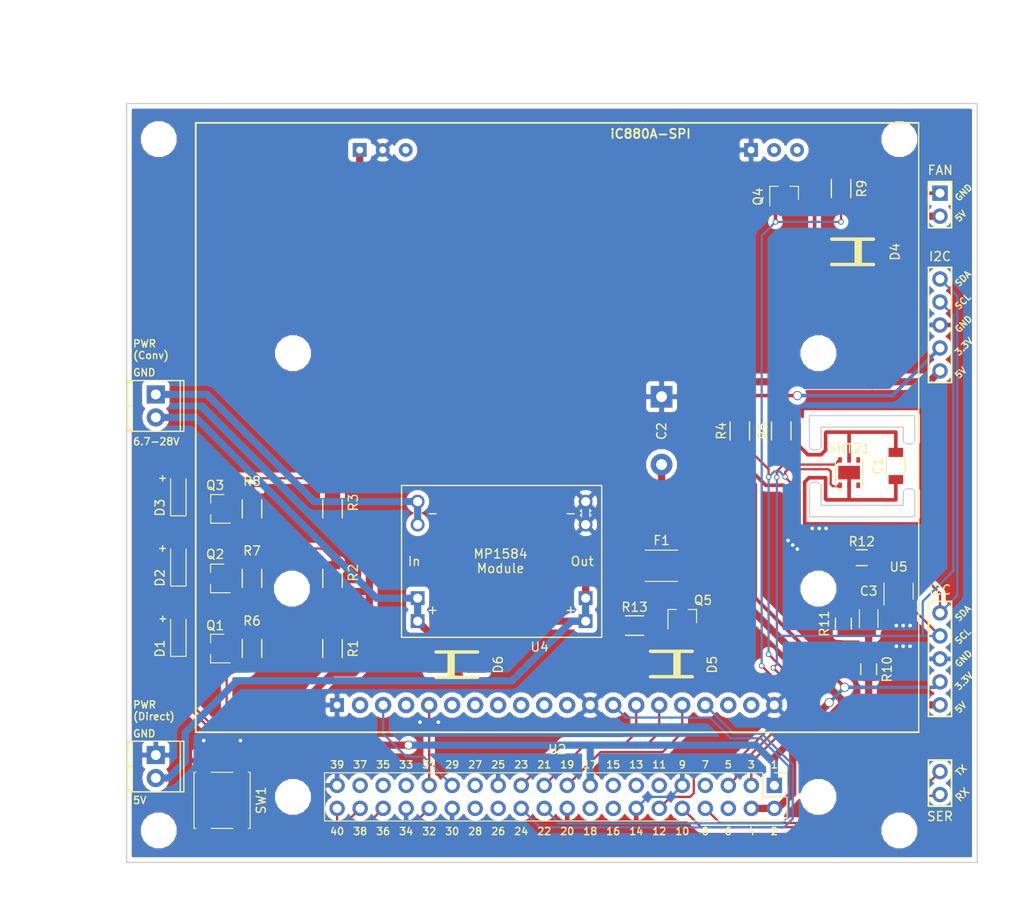
<source format=kicad_pcb>
(kicad_pcb (version 4) (host pcbnew 4.0.6)
  (title_block (title "iC880A-SPI Raspberry Pi Backplane") (date 2017-06-16) (rev v1.2) (company "Coredump Rapperswil"))
  (layers (0 F.Cu signal) (31 B.Cu signal) (34 B.Paste user) (35 F.Paste user) (36 B.SilkS user) (37 F.SilkS user) (38 B.Mask user) (39 F.Mask user) (44 Edge.Cuts user))
  (net 0 "")
  (net 1 "Net-(D1-Pad2)")
  (net 2 "Net-(D1-Pad1)")
  (net 3 "Net-(D2-Pad2)")
  (net 4 "Net-(D2-Pad1)")
  (net 5 "Net-(D3-Pad2)")
  (net 6 "Net-(D3-Pad1)")
  (net 7 GND)
  (net 8 "Net-(U1-Pad7)")
  (net 9 "Net-(U1-Pad11)")
  (net 10 "Net-(U1-Pad13)")
  (net 11 "Net-(U1-Pad15)")
  (net 12 "Net-(U1-Pad16)")
  (net 13 "Net-(U1-Pad18)")
  (net 14 "Net-(U1-Pad26)")
  (net 15 "Net-(U1-Pad27)")
  (net 16 "Net-(U1-Pad28)")
  (net 17 "Net-(U1-Pad33)")
  (net 18 "Net-(U1-Pad37)")
  (net 19 "Net-(U2-Pad2)")
  (net 20 "Net-(U2-Pad4)")
  (net 21 "Net-(U2-Pad6)")
  (net 22 "Net-(U2-Pad7)")
  (net 23 "Net-(U2-Pad8)")
  (net 24 "Net-(U2-Pad9)")
  (net 25 "Net-(U2-Pad10)")
  (net 26 "Net-(U2-Pad11)")
  (net 27 "Net-(U2-Pad18)")
  (net 28 "Net-(U2-Pad19)")
  (net 29 "Net-(U1-Pad6)")
  (net 30 "Net-(U2-Pad23)")
  (net 31 "Net-(U2-Pad25)")
  (net 32 "Net-(U2-Pad26)")
  (net 33 "Net-(U3-Pad4)")
  (net 34 "Net-(U3-Pad3)")
  (net 35 "Net-(D4-Pad2)")
  (net 36 "Net-(U1-Pad35)")
  (net 37 "Net-(J5-Pad1)")
  (net 38 3.3V)
  (net 39 5V)
  (net 40 "Net-(C3-Pad1)")
  (net 41 "Net-(C3-Pad2)")
  (net 42 SDA)
  (net 43 SCL)
  (net 44 MOSI)
  (net 45 MISO)
  (net 46 CLK)
  (net 47 CE0)
  (net 48 LED1)
  (net 49 LED2)
  (net 50 LED3)
  (net 51 FAN)
  (net 52 IC880A_RST)
  (net 53 GPS_RST)
  (net 54 GPS_SUP)
  (net 55 BTN)
  (net 56 "Net-(C2-Pad2)")
  (net 57 "Net-(D6-Pad1)")
  (net 58 "Net-(Q5-Pad1)")
  (net 59 "Net-(F1-Pad2)")
  (net 60 TX)
  (net 61 RX)
  (module ic880a:IC880A-SPI (layer F.Cu) (at 162.9791 105.8926)
    (fp_text reference U2 (at 0 35.56) (layer F.SilkS))
    (fp_text value IC880A-SPI)
    (pad 1 thru_hole rect (at -24.3 30.65) (size 1.524 1.524) (drill 0.762) (layers *.Cu *.Mask) (net 7 GND))
    (pad 2 thru_hole circle (at -21.76 30.65) (size 1.8 1.8) (drill 1) (layers *.Cu *.Mask) (net 19 "Net-(U2-Pad2)"))
    (pad 3 thru_hole circle (at -19.22 30.65) (size 1.8 1.8) (drill 1) (layers *.Cu *.Mask) (net 53 GPS_RST))
    (pad 4 thru_hole circle (at -16.68 30.65) (size 1.8 1.8) (drill 1) (layers *.Cu *.Mask) (net 20 "Net-(U2-Pad4)"))
    (pad 5 thru_hole circle (at -14.14 30.65) (size 1.8 1.8) (drill 1) (layers *.Cu *.Mask) (net 54 GPS_SUP))
    (pad 6 thru_hole circle (at -11.6 30.65) (size 1.8 1.8) (drill 1) (layers *.Cu *.Mask) (net 21 "Net-(U2-Pad6)"))
    (pad 7 thru_hole circle (at -9.06 30.65) (size 1.8 1.8) (drill 1) (layers *.Cu *.Mask) (net 22 "Net-(U2-Pad7)"))
    (pad 8 thru_hole circle (at -6.52 30.65) (size 1.8 1.8) (drill 1) (layers *.Cu *.Mask) (net 23 "Net-(U2-Pad8)"))
    (pad 9 thru_hole circle (at -3.98 30.65) (size 1.8 1.8) (drill 1) (layers *.Cu *.Mask) (net 24 "Net-(U2-Pad9)"))
    (pad 10 thru_hole circle (at -1.44 30.65) (size 1.8 1.8) (drill 1) (layers *.Cu *.Mask) (net 25 "Net-(U2-Pad10)"))
    (pad 11 thru_hole circle (at 1.1 30.65) (size 1.8 1.8) (drill 1) (layers *.Cu *.Mask) (net 26 "Net-(U2-Pad11)"))
    (pad 12 thru_hole circle (at 3.64 30.65) (size 1.8 1.8) (drill 1) (layers *.Cu *.Mask) (net 7 GND))
    (pad 13 thru_hole circle (at 6.18 30.65) (size 1.8 1.8) (drill 1) (layers *.Cu *.Mask) (net 52 IC880A_RST))
    (pad 14 thru_hole circle (at 8.72 30.65) (size 1.8 1.8) (drill 1) (layers *.Cu *.Mask) (net 46 CLK))
    (pad 15 thru_hole circle (at 11.26 30.65) (size 1.8 1.8) (drill 1) (layers *.Cu *.Mask) (net 45 MISO))
    (pad 16 thru_hole circle (at 13.8 30.65) (size 1.8 1.8) (drill 1) (layers *.Cu *.Mask) (net 44 MOSI))
    (pad 17 thru_hole circle (at 16.34 30.65) (size 1.8 1.8) (drill 1) (layers *.Cu *.Mask) (net 47 CE0))
    (pad 18 thru_hole circle (at 18.88 30.65) (size 1.8 1.8) (drill 1) (layers *.Cu *.Mask) (net 27 "Net-(U2-Pad18)"))
    (pad 19 thru_hole circle (at 21.42 30.65) (size 1.8 1.8) (drill 1) (layers *.Cu *.Mask) (net 28 "Net-(U2-Pad19)"))
    (pad 20 thru_hole circle (at 23.96 30.65) (size 1.8 1.8) (drill 1) (layers *.Cu *.Mask) (net 7 GND))
    (pad 21 thru_hole rect (at -21.8 -30.65) (size 1.524 1.524) (drill 0.762) (layers *.Cu *.Mask) (net 39 5V))
    (pad 22 thru_hole circle (at -19.26 -30.65) (size 1.524 1.524) (drill 0.762) (layers *.Cu *.Mask) (net 7 GND))
    (pad 23 thru_hole circle (at -16.72 -30.65) (size 1.524 1.524) (drill 0.762) (layers *.Cu *.Mask) (net 30 "Net-(U2-Pad23)"))
    (pad 24 thru_hole rect (at 21.4 -30.65) (size 1.524 1.524) (drill 0.762) (layers *.Cu *.Mask) (net 7 GND))
    (pad 25 thru_hole circle (at 23.94 -30.65) (size 1.524 1.524) (drill 0.762) (layers *.Cu *.Mask) (net 31 "Net-(U2-Pad25)"))
    (pad 26 thru_hole circle (at 26.48 -30.65) (size 1.524 1.524) (drill 0.762) (layers *.Cu *.Mask) (net 32 "Net-(U2-Pad26)"))
  )
  (module Resistors_SMD:R_0805 (layer F.Cu) (at 196.596 120.269 180)
    (fp_text reference R12 (at 0 1.778 180) (layer F.SilkS))
    (fp_text value R hide)
    (pad 1 smd rect (at -0.95 0 180) (size 0.7 1.3) (layers F.Cu F.Paste F.Mask) (net 40 "Net-(C3-Pad1)"))
    (pad 2 smd rect (at 0.95 0 180) (size 0.7 1.3) (layers F.Cu F.Paste F.Mask) (net 7 GND))
  )
  (module Resistors_SMD:R_1206 (layer F.Cu) (at 187.706 106.267 270)
    (fp_text reference R5 (at 0 2.032 270) (layer F.SilkS))
    (fp_text value R hide)
    (pad 1 smd rect (at -1.45 0 270) (size 0.9 1.7) (layers F.Cu F.Paste F.Mask) (net 38 3.3V))
    (pad 2 smd rect (at 1.45 0 270) (size 0.9 1.7) (layers F.Cu F.Paste F.Mask) (net 43 SCL))
  )
  (module Resistors_SMD:R_1206 (layer F.Cu) (at 183.134 106.267 270)
    (fp_text reference R4 (at 0 2.032 270) (layer F.SilkS))
    (fp_text value R hide)
    (pad 1 smd rect (at -1.45 0 270) (size 0.9 1.7) (layers F.Cu F.Paste F.Mask) (net 38 3.3V))
    (pad 2 smd rect (at 1.45 0 270) (size 0.9 1.7) (layers F.Cu F.Paste F.Mask) (net 42 SDA))
  )
  (module Capacitors_SMD:C_1812 (layer F.Cu) (at 174.484 121.158)
    (fp_text reference F1 (at 0.014 -2.794 180) (layer F.SilkS))
    (fp_text value Polyfuse hide)
    (pad 1 smd rect (at -2.3 0) (size 1 3) (layers F.Cu F.Paste F.Mask) (net 56 "Net-(C2-Pad2)"))
    (pad 2 smd rect (at 2.3 0) (size 1 3) (layers F.Cu F.Paste F.Mask) (net 59 "Net-(F1-Pad2)"))
  )
  (module StitchingVia:VIA-0.6mm (layer F.Cu) (at 149.86 138.43)
    (fp_text reference REF** hide)
    (fp_text value VIA-0.6mm hide)
    (pad 1 thru_hole circle (at 0 0) (size 0.6 0.6) (drill 0.4) (layers *.Cu) (net 7 GND))
  )
  (module StitchingVia:VIA-0.6mm (layer F.Cu) (at 147.828 138.43)
    (fp_text reference REF** hide)
    (fp_text value VIA-0.6mm hide)
    (pad 1 thru_hole circle (at 0 0) (size 0.6 0.6) (drill 0.4) (layers *.Cu) (net 7 GND))
  )
  (module StitchingVia:VIA-0.6mm (layer F.Cu) (at 128.016 140.462)
    (fp_text reference REF** hide)
    (fp_text value VIA-0.6mm hide)
    (pad 1 thru_hole circle (at 0 0) (size 0.6 0.6) (drill 0.4) (layers *.Cu) (net 7 GND))
  )
  (module Mounting_Holes:MountingHole_2.7mm_M2.5 (layer F.Cu) (at 133.814 146.685)
    (fp_text reference REF** hide)
    (fp_text value MountingHole_2.7mm_M2.5 hide)
    (pad "" np_thru_hole circle (at 0 0) (size 2.95 2.95) (drill 2.95) (layers *.Cu *.Mask))
  )
  (module StitchingVia:VIA-0.6mm (layer F.Cu) (at 189.484 119.3165)
    (fp_text reference REF** hide)
    (fp_text value VIA-0.6mm hide)
    (pad 1 thru_hole circle (at 0 0) (size 0.6 0.6) (drill 0.4) (layers *.Cu) (net 7 GND))
  )
  (module StitchingVia:VIA-0.6mm (layer F.Cu) (at 188.468 118.364)
    (fp_text reference REF** hide)
    (fp_text value VIA-0.6mm hide)
    (pad 1 thru_hole circle (at 0 0) (size 0.6 0.6) (drill 0.4) (layers *.Cu) (net 7 GND))
  )
  (module StitchingVia:VIA-0.6mm (layer F.Cu) (at 188.976 118.872)
    (fp_text reference REF** hide)
    (fp_text value VIA-0.6mm hide)
    (pad 1 thru_hole circle (at 0 0) (size 0.6 0.6) (drill 0.4) (layers *.Cu) (net 7 GND))
  )
  (module StitchingVia:VIA-0.6mm (layer F.Cu) (at 192.659 117.0305)
    (fp_text reference REF** hide)
    (fp_text value VIA-0.6mm hide)
    (pad 1 thru_hole circle (at 0 0) (size 0.6 0.6) (drill 0.4) (layers *.Cu) (net 7 GND))
  )
  (module Mounting_Holes:MountingHole_2.7mm_M2.5 (layer F.Cu) (at 133.697 123.685)
    (fp_text reference REF** hide)
    (fp_text value MountingHole_2.7mm_M2.5 hide)
    (pad "" np_thru_hole circle (at 0 0) (size 2.95 2.95) (drill 2.95) (layers *.Cu *.Mask))
  )
  (module regulators:MP1584_MODULE (layer F.Cu) (at 156.845 120.6754)
    (fp_text reference U4 (at 4.191 9.4488) (layer F.SilkS))
    (fp_text value MP1584_MODULE hide)
    (fp_text user + (at 7.62 5.334) (layer F.SilkS))
    (fp_text user In (at -9.652 0 180) (layer F.SilkS))
    (fp_text user Out (at 8.89 0 180) (layer F.SilkS))
    (fp_text user + (at -7.62 5.334) (layer F.SilkS))
    (fp_text user - (at 7.62 -5.334) (layer F.SilkS))
    (fp_text user - (at -7.62 -5.334) (layer F.SilkS))
    (pad 1 thru_hole circle (at -9.271 -6.604) (size 1.524 1.524) (drill 1) (layers *.Cu *.Mask) (net 37 "Net-(J5-Pad1)"))
    (pad 1 thru_hole circle (at -9.271 -4.064) (size 1.524 1.524) (drill 1) (layers *.Cu *.Mask) (net 37 "Net-(J5-Pad1)"))
    (pad 2 thru_hole rect (at -9.271 4.064 90) (size 1.524 1.524) (drill 1) (layers *.Cu *.Mask) (net 57 "Net-(D6-Pad1)"))
    (pad 2 thru_hole rect (at -9.271 6.604 90) (size 1.524 1.524) (drill 1) (layers *.Cu *.Mask) (net 57 "Net-(D6-Pad1)"))
    (pad 4 thru_hole circle (at 9.271 -4.064 90) (size 1.524 1.524) (drill 1) (layers *.Cu *.Mask) (net 7 GND))
    (pad 3 thru_hole rect (at 9.271 4.064 180) (size 1.524 1.524) (drill 1) (layers *.Cu *.Mask) (net 56 "Net-(C2-Pad2)"))
    (pad 4 thru_hole circle (at 9.271 -6.604 90) (size 1.524 1.524) (drill 1) (layers *.Cu *.Mask) (net 7 GND))
    (pad 3 thru_hole rect (at 9.271 6.604 90) (size 1.524 1.524) (drill 1) (layers *.Cu *.Mask) (net 56 "Net-(C2-Pad2)"))
  )
  (module Pin_Headers:Pin_Header_Straight_2x20_Pitch2.54mm (layer F.Cu) (at 186.944 145.415 270)
    (fp_text reference U1 hide)
    (fp_text value Raspberry_Pi_2_3 hide)
    (pad 1 thru_hole rect (at 0 0 270) (size 1.7 1.7) (drill 1) (layers *.Cu *.Mask) (net 38 3.3V))
    (pad 2 thru_hole oval (at 2.54 0 270) (size 1.7 1.7) (drill 1) (layers *.Cu *.Mask) (net 39 5V))
    (pad 3 thru_hole oval (at 0 2.54 270) (size 1.7 1.7) (drill 1) (layers *.Cu *.Mask) (net 42 SDA))
    (pad 4 thru_hole oval (at 2.54 2.54 270) (size 1.7 1.7) (drill 1) (layers *.Cu *.Mask) (net 39 5V))
    (pad 5 thru_hole oval (at 0 5.08 270) (size 1.7 1.7) (drill 1) (layers *.Cu *.Mask) (net 43 SCL))
    (pad 6 thru_hole oval (at 2.54 5.08 270) (size 1.7 1.7) (drill 1) (layers *.Cu *.Mask) (net 29 "Net-(U1-Pad6)"))
    (pad 7 thru_hole oval (at 0 7.62 270) (size 1.7 1.7) (drill 1) (layers *.Cu *.Mask) (net 8 "Net-(U1-Pad7)"))
    (pad 8 thru_hole oval (at 2.54 7.62 270) (size 1.7 1.7) (drill 1) (layers *.Cu *.Mask) (net 60 TX))
    (pad 9 thru_hole oval (at 0 10.16 270) (size 1.7 1.7) (drill 1) (layers *.Cu *.Mask) (net 7 GND))
    (pad 10 thru_hole oval (at 2.54 10.16 270) (size 1.7 1.7) (drill 1) (layers *.Cu *.Mask) (net 61 RX))
    (pad 11 thru_hole oval (at 0 12.7 270) (size 1.7 1.7) (drill 1) (layers *.Cu *.Mask) (net 9 "Net-(U1-Pad11)"))
    (pad 12 thru_hole oval (at 2.54 12.7 270) (size 1.7 1.7) (drill 1) (layers *.Cu *.Mask) (net 51 FAN))
    (pad 13 thru_hole oval (at 0 15.24 270) (size 1.7 1.7) (drill 1) (layers *.Cu *.Mask) (net 10 "Net-(U1-Pad13)"))
    (pad 14 thru_hole oval (at 2.54 15.24 270) (size 1.7 1.7) (drill 1) (layers *.Cu *.Mask) (net 7 GND))
    (pad 15 thru_hole oval (at 0 17.78 270) (size 1.7 1.7) (drill 1) (layers *.Cu *.Mask) (net 11 "Net-(U1-Pad15)"))
    (pad 16 thru_hole oval (at 2.54 17.78 270) (size 1.7 1.7) (drill 1) (layers *.Cu *.Mask) (net 12 "Net-(U1-Pad16)"))
    (pad 17 thru_hole oval (at 0 20.32 270) (size 1.7 1.7) (drill 1) (layers *.Cu *.Mask) (net 38 3.3V))
    (pad 18 thru_hole oval (at 2.54 20.32 270) (size 1.7 1.7) (drill 1) (layers *.Cu *.Mask) (net 13 "Net-(U1-Pad18)"))
    (pad 19 thru_hole oval (at 0 22.86 270) (size 1.7 1.7) (drill 1) (layers *.Cu *.Mask) (net 44 MOSI))
    (pad 20 thru_hole oval (at 2.54 22.86 270) (size 1.7 1.7) (drill 1) (layers *.Cu *.Mask) (net 7 GND))
    (pad 21 thru_hole oval (at 0 25.4 270) (size 1.7 1.7) (drill 1) (layers *.Cu *.Mask) (net 45 MISO))
    (pad 22 thru_hole oval (at 2.54 25.4 270) (size 1.7 1.7) (drill 1) (layers *.Cu *.Mask) (net 52 IC880A_RST))
    (pad 23 thru_hole oval (at 0 27.94 270) (size 1.7 1.7) (drill 1) (layers *.Cu *.Mask) (net 46 CLK))
    (pad 24 thru_hole oval (at 2.54 27.94 270) (size 1.7 1.7) (drill 1) (layers *.Cu *.Mask) (net 47 CE0))
    (pad 25 thru_hole oval (at 0 30.48 270) (size 1.7 1.7) (drill 1) (layers *.Cu *.Mask) (net 7 GND))
    (pad 26 thru_hole oval (at 2.54 30.48 270) (size 1.7 1.7) (drill 1) (layers *.Cu *.Mask) (net 14 "Net-(U1-Pad26)"))
    (pad 27 thru_hole oval (at 0 33.02 270) (size 1.7 1.7) (drill 1) (layers *.Cu *.Mask) (net 15 "Net-(U1-Pad27)"))
    (pad 28 thru_hole oval (at 2.54 33.02 270) (size 1.7 1.7) (drill 1) (layers *.Cu *.Mask) (net 16 "Net-(U1-Pad28)"))
    (pad 29 thru_hole oval (at 0 35.56 270) (size 1.7 1.7) (drill 1) (layers *.Cu *.Mask) (net 53 GPS_RST))
    (pad 30 thru_hole oval (at 2.54 35.56 270) (size 1.7 1.7) (drill 1) (layers *.Cu *.Mask) (net 7 GND))
    (pad 31 thru_hole oval (at 0 38.1 270) (size 1.7 1.7) (drill 1) (layers *.Cu *.Mask) (net 54 GPS_SUP))
    (pad 32 thru_hole oval (at 2.54 38.1 270) (size 1.7 1.7) (drill 1) (layers *.Cu *.Mask) (net 55 BTN))
    (pad 33 thru_hole oval (at 0 40.64 270) (size 1.7 1.7) (drill 1) (layers *.Cu *.Mask) (net 17 "Net-(U1-Pad33)"))
    (pad 34 thru_hole oval (at 2.54 40.64 270) (size 1.7 1.7) (drill 1) (layers *.Cu *.Mask) (net 7 GND))
    (pad 35 thru_hole oval (at 0 43.18 270) (size 1.7 1.7) (drill 1) (layers *.Cu *.Mask) (net 36 "Net-(U1-Pad35)"))
    (pad 36 thru_hole oval (at 2.54 43.18 270) (size 1.7 1.7) (drill 1) (layers *.Cu *.Mask) (net 50 LED3))
    (pad 37 thru_hole oval (at 0 45.72 270) (size 1.7 1.7) (drill 1) (layers *.Cu *.Mask) (net 18 "Net-(U1-Pad37)"))
    (pad 38 thru_hole oval (at 2.54 45.72 270) (size 1.7 1.7) (drill 1) (layers *.Cu *.Mask) (net 49 LED2))
    (pad 39 thru_hole oval (at 0 48.26 270) (size 1.7 1.7) (drill 1) (layers *.Cu *.Mask) (net 7 GND))
    (pad 40 thru_hole oval (at 2.54 48.26 270) (size 1.7 1.7) (drill 1) (layers *.Cu *.Mask) (net 48 LED1))
  )
  (module Mounting_Holes:MountingHole_2.7mm_M2.5 (layer F.Cu) (at 200.747 150.39)
    (fp_text reference REF** hide)
    (fp_text value MountingHole_2.7mm_M2.5 hide)
    (pad "" np_thru_hole circle (at 0 0) (size 2.95 2.95) (drill 2.95) (layers *.Cu *.Mask))
  )
  (module Mounting_Holes:MountingHole_2.7mm_M2.5 (layer F.Cu) (at 200.747 74.04)
    (fp_text reference REF** hide)
    (fp_text value MountingHole_2.7mm_M2.5 hide)
    (pad "" np_thru_hole circle (at 0 0) (size 2.95 2.95) (drill 2.95) (layers *.Cu *.Mask))
  )
  (module Mounting_Holes:MountingHole_2.7mm_M2.5 (layer F.Cu) (at 118.997 150.39)
    (fp_text reference REF** hide)
    (fp_text value MountingHole_2.7mm_M2.5 hide)
    (pad "" np_thru_hole circle (at 0 0) (size 2.95 2.95) (drill 2.95) (layers *.Cu *.Mask))
  )
  (module Mounting_Holes:MountingHole_2.7mm_M2.5 (layer F.Cu) (at 118.997 74.04)
    (fp_text reference REF** hide)
    (fp_text value MountingHole_2.7mm_M2.5 hide)
    (pad "" np_thru_hole circle (at 0 0) (size 2.95 2.95) (drill 2.95) (layers *.Cu *.Mask))
  )
  (module Mounting_Holes:MountingHole_2.7mm_M2.5 (layer F.Cu) (at 191.814 123.685)
    (fp_text reference REF** hide)
    (fp_text value MountingHole_2.7mm_M2.5 hide)
    (pad "" np_thru_hole circle (at 0 0) (size 2.95 2.95) (drill 2.95) (layers *.Cu *.Mask))
  )
  (module Mounting_Holes:MountingHole_2.7mm_M2.5 (layer F.Cu) (at 191.814 97.685)
    (fp_text reference REF** hide)
    (fp_text value MountingHole_2.7mm_M2.5 hide)
    (pad "" np_thru_hole circle (at 0 0) (size 2.95 2.95) (drill 2.95) (layers *.Cu *.Mask))
  )
  (module Mounting_Holes:MountingHole_2.7mm_M2.5 (layer F.Cu) (at 133.814 97.685)
    (fp_text reference REF** hide)
    (fp_text value MountingHole_2.7mm_M2.5 hide)
    (pad "" np_thru_hole circle (at 0 0) (size 2.95 2.95) (drill 2.95) (layers *.Cu *.Mask))
  )
  (module Mounting_Holes:MountingHole_2.7mm_M2.5 (layer F.Cu) (at 191.814 146.685)
    (fp_text reference REF** hide)
    (fp_text value MountingHole_2.7mm_M2.5 hide)
    (pad "" np_thru_hole circle (at 0 0) (size 2.95 2.95) (drill 2.95) (layers *.Cu *.Mask))
  )
  (module LEDs:LED_1206 (layer F.Cu) (at 121.158 128.664 90)
    (fp_text reference D1 (at -1.638 -2.032 270) (layer F.SilkS))
    (fp_text value LED_Small hide)
    (pad 2 smd rect (at 1.65 0 270) (size 1.5 1.5) (layers F.Cu F.Paste F.Mask) (net 1 "Net-(D1-Pad2)"))
    (pad 1 smd rect (at -1.65 0 270) (size 1.5 1.5) (layers F.Cu F.Paste F.Mask) (net 2 "Net-(D1-Pad1)"))
  )
  (module LEDs:LED_1206 (layer F.Cu) (at 121.158 120.904 90)
    (fp_text reference D2 (at -1.5875 -2.032 270) (layer F.SilkS))
    (fp_text value LED_Small hide)
    (pad 2 smd rect (at 1.65 0 270) (size 1.5 1.5) (layers F.Cu F.Paste F.Mask) (net 3 "Net-(D2-Pad2)"))
    (pad 1 smd rect (at -1.65 0 270) (size 1.5 1.5) (layers F.Cu F.Paste F.Mask) (net 4 "Net-(D2-Pad1)"))
  )
  (module LEDs:LED_1206 (layer F.Cu) (at 121.158 113.144 90)
    (fp_text reference D3 (at -1.6005 -2.032 270) (layer F.SilkS))
    (fp_text value LED_Small hide)
    (pad 2 smd rect (at 1.65 0 270) (size 1.5 1.5) (layers F.Cu F.Paste F.Mask) (net 5 "Net-(D3-Pad2)"))
    (pad 1 smd rect (at -1.65 0 270) (size 1.5 1.5) (layers F.Cu F.Paste F.Mask) (net 6 "Net-(D3-Pad1)"))
  )
  (module sensirion:SHT21 (layer F.Cu) (at 195.197 110.871)
    (fp_text reference U3 hide)
    (fp_text value SHT21 (at 0.002 -2.667) (layer F.SilkS))
    (pad 5 smd rect (at 0 -1.5) (size 0.4 0.6) (drill oval (offset 0 0.1)) (layers F.Cu F.Paste F.Mask) (net 38 3.3V))
    (pad 6 smd rect (at -1 -1.5) (size 0.4 0.6) (drill oval (offset 0 0.1)) (layers F.Cu F.Paste F.Mask) (net 43 SCL))
    (pad 4 smd rect (at 1 -1.5) (size 0.4 0.6) (drill oval (offset 0 0.1)) (layers F.Cu F.Paste F.Mask) (net 33 "Net-(U3-Pad4)"))
    (pad 3 smd rect (at 1 1.5) (size 0.4 0.6) (drill oval (offset 0 -0.1)) (layers F.Cu F.Paste F.Mask) (net 34 "Net-(U3-Pad3)"))
    (pad 1 smd rect (at -1 1.5) (size 0.4 0.6) (drill oval (offset 0 -0.1)) (layers F.Cu F.Paste F.Mask) (net 42 SDA))
    (pad 2 smd rect (at 0 1.5) (size 0.4 0.6) (drill oval (offset 0 -0.1)) (layers F.Cu F.Paste F.Mask) (net 7 GND))
    (pad 2 smd rect (at 0 0) (size 2.4 1.5) (layers F.Cu F.Paste F.Mask) (net 7 GND))
  )
  (module Capacitors_SMD:C_1206 (layer F.Cu) (at 200.3552 110.14 90)
    (fp_text reference C1 (at 0 -1.9812 270) (layer F.SilkS))
    (fp_text value C)
    (pad 1 smd rect (at -1.5 0 90) (size 1 1.6) (layers F.Cu F.Paste F.Mask) (net 7 GND))
    (pad 2 smd rect (at 1.5 0 90) (size 1 1.6) (layers F.Cu F.Paste F.Mask) (net 38 3.3V))
  )
  (module headers:header_1x2_unmarked (layer F.Cu) (at 205.232 143.891)
    (fp_text reference J3 hide)
    (fp_text value SER (at 0 4.953 180) (layer F.SilkS))
    (pad 1 thru_hole circle (at 0 0) (size 1.7 1.7) (drill 1) (layers *.Cu *.Mask) (net 60 TX))
    (pad 2 thru_hole oval (at 0 2.54) (size 1.7 1.7) (drill 1) (layers *.Cu *.Mask) (net 61 RX))
  )
  (module headers:header_1x5_unmarked (layer F.Cu) (at 205.232 126.365)
    (fp_text reference J1 hide)
    (fp_text value I2C (at 0 -2.54) (layer F.SilkS))
    (pad 1 thru_hole circle (at 0 0) (size 1.7 1.7) (drill 1) (layers *.Cu *.Mask) (net 42 SDA))
    (pad 2 thru_hole oval (at 0 2.54) (size 1.7 1.7) (drill 1) (layers *.Cu *.Mask) (net 43 SCL))
    (pad 3 thru_hole oval (at 0 5.08) (size 1.7 1.7) (drill 1) (layers *.Cu *.Mask) (net 7 GND))
    (pad 4 thru_hole oval (at 0 7.62) (size 1.7 1.7) (drill 1) (layers *.Cu *.Mask) (net 38 3.3V))
    (pad 5 thru_hole oval (at 0 10.16) (size 1.7 1.7) (drill 1) (layers *.Cu *.Mask) (net 39 5V))
  )
  (module headers:header_1x5_unmarked (layer F.Cu) (at 205.232 89.4842)
    (fp_text reference J2 hide)
    (fp_text value I2C (at 0 -2.4892) (layer F.SilkS))
    (pad 1 thru_hole circle (at 0 0) (size 1.7 1.7) (drill 1) (layers *.Cu *.Mask) (net 42 SDA))
    (pad 2 thru_hole oval (at 0 2.54) (size 1.7 1.7) (drill 1) (layers *.Cu *.Mask) (net 43 SCL))
    (pad 3 thru_hole oval (at 0 5.08) (size 1.7 1.7) (drill 1) (layers *.Cu *.Mask) (net 7 GND))
    (pad 4 thru_hole oval (at 0 7.62) (size 1.7 1.7) (drill 1) (layers *.Cu *.Mask) (net 38 3.3V))
    (pad 5 thru_hole oval (at 0 10.16) (size 1.7 1.7) (drill 1) (layers *.Cu *.Mask) (net 39 5V))
  )
  (module headers:header_1x2_marked (layer F.Cu) (at 205.232 80.01)
    (fp_text reference J6 hide)
    (fp_text value FAN (at 0.0275 -2.54) (layer F.SilkS))
    (pad 1 thru_hole rect (at 0 0) (size 1.7 1.7) (drill 1) (layers *.Cu *.Mask) (net 35 "Net-(D4-Pad2)"))
    (pad 2 thru_hole oval (at 0 2.54) (size 1.7 1.7) (drill 1) (layers *.Cu *.Mask) (net 39 5V))
  )
  (module Connectors_Terminal_Blocks:TerminalBlock_Pheonix_MPT-2.54mm_2pol (layer F.Cu) (at 118.6688 102.235 270)
    (fp_text reference J5 hide)
    (fp_text value PWR hide)
    (pad 2 thru_hole oval (at 2.54 0 270) (size 1.99898 1.99898) (drill 1.09728) (layers *.Cu *.Mask) (net 57 "Net-(D6-Pad1)"))
    (pad 1 thru_hole rect (at 0 0 270) (size 1.99898 1.99898) (drill 1.09728) (layers *.Cu *.Mask) (net 37 "Net-(J5-Pad1)"))
  )
  (module Connectors_Terminal_Blocks:TerminalBlock_Pheonix_MPT-2.54mm_2pol (layer F.Cu) (at 118.6688 142.0622 270)
    (fp_text reference J4 hide)
    (fp_text value PWR hide)
    (pad 2 thru_hole oval (at 2.54 0 270) (size 1.99898 1.99898) (drill 1.09728) (layers *.Cu *.Mask) (net 56 "Net-(C2-Pad2)"))
    (pad 1 thru_hole rect (at 0 0 270) (size 1.99898 1.99898) (drill 1.09728) (layers *.Cu *.Mask) (net 7 GND))
  )
  (module Capacitors_SMD:C_1206 (layer F.Cu) (at 197.358 127 270)
    (fp_text reference C3 (at -3.048 0 540) (layer F.SilkS))
    (fp_text value C hide)
    (pad 1 smd rect (at -1.5 0 270) (size 1 1.6) (layers F.Cu F.Paste F.Mask) (net 40 "Net-(C3-Pad1)"))
    (pad 2 smd rect (at 1.5 0 270) (size 1 1.6) (layers F.Cu F.Paste F.Mask) (net 41 "Net-(C3-Pad2)"))
  )
  (module StitchingVia:VIA-0.6mm (layer F.Cu) (at 200.406 127.762)
    (fp_text reference REF** hide)
    (fp_text value VIA-0.6mm hide)
    (pad 1 thru_hole circle (at 0 0) (size 0.6 0.6) (drill 0.4) (layers *.Cu) (net 7 GND))
  )
  (module StitchingVia:VIA-0.6mm (layer F.Cu) (at 201.168 127.762)
    (fp_text reference REF** hide)
    (fp_text value VIA-0.6mm hide)
    (pad 1 thru_hole circle (at 0 0) (size 0.6 0.6) (drill 0.4) (layers *.Cu) (net 7 GND))
  )
  (module StitchingVia:VIA-0.6mm (layer F.Cu) (at 201.93 127.762)
    (fp_text reference REF** hide)
    (fp_text value VIA-0.6mm hide)
    (pad 1 thru_hole circle (at 0 0) (size 0.6 0.6) (drill 0.4) (layers *.Cu) (net 7 GND))
  )
  (module StitchingVia:VIA-0.6mm (layer F.Cu) (at 200.406 130.048)
    (fp_text reference REF** hide)
    (fp_text value VIA-0.6mm hide)
    (pad 1 thru_hole circle (at 0 0) (size 0.6 0.6) (drill 0.4) (layers *.Cu) (net 7 GND))
  )
  (module StitchingVia:VIA-0.6mm (layer F.Cu) (at 201.168 130.048)
    (fp_text reference REF** hide)
    (fp_text value VIA-0.6mm hide)
    (pad 1 thru_hole circle (at 0 0) (size 0.6 0.6) (drill 0.4) (layers *.Cu) (net 7 GND))
  )
  (module StitchingVia:VIA-0.6mm (layer F.Cu) (at 201.93 130.048)
    (fp_text reference REF** hide)
    (fp_text value VIA-0.6mm hide)
    (pad 1 thru_hole circle (at 0 0) (size 0.6 0.6) (drill 0.4) (layers *.Cu) (net 7 GND))
  )
  (module StitchingVia:VIA-0.6mm (layer F.Cu) (at 191.135 117.0305)
    (fp_text reference REF** hide)
    (fp_text value VIA-0.6mm hide)
    (pad 1 thru_hole circle (at 0 0) (size 0.6 0.6) (drill 0.4) (layers *.Cu) (net 7 GND))
  )
  (module StitchingVia:VIA-0.6mm (layer F.Cu) (at 191.897 117.0305)
    (fp_text reference REF** hide)
    (fp_text value VIA-0.6mm hide)
    (pad 1 thru_hole circle (at 0 0) (size 0.6 0.6) (drill 0.4) (layers *.Cu) (net 7 GND))
  )
  (module StitchingVia:VIA-0.6mm (layer F.Cu) (at 123.952 140.462)
    (fp_text reference REF** hide)
    (fp_text value VIA-0.6mm hide)
    (pad 1 thru_hole circle (at 0 0) (size 0.6 0.6) (drill 0.4) (layers *.Cu) (net 7 GND))
  )
  (module TO_SOT_Packages_SMD:SOT-23 (layer F.Cu) (at 176.784 126.746 90)
    (fp_text reference Q5 (at 1.778 2.286 180) (layer F.SilkS))
    (fp_text value Q_PMOS_GSD hide)
    (pad 1 smd rect (at -1 -0.95 90) (size 0.9 0.8) (layers F.Cu F.Paste F.Mask) (net 58 "Net-(Q5-Pad1)"))
    (pad 2 smd rect (at -1 0.95 90) (size 0.9 0.8) (layers F.Cu F.Paste F.Mask) (net 39 5V))
    (pad 3 smd rect (at 1 0 90) (size 0.9 0.8) (layers F.Cu F.Paste F.Mask) (net 59 "Net-(F1-Pad2)"))
  )
  (module TO_SOT_Packages_SMD:SOT-23 (layer F.Cu) (at 125.492 114.874 180)
    (fp_text reference Q3 (at 0.27 2.606 360) (layer F.SilkS))
    (fp_text value Q_NMOS_GSD hide)
    (pad 1 smd rect (at -1 -0.95 180) (size 0.9 0.8) (layers F.Cu F.Paste F.Mask) (net 50 LED3))
    (pad 2 smd rect (at -1 0.95 180) (size 0.9 0.8) (layers F.Cu F.Paste F.Mask) (net 7 GND))
    (pad 3 smd rect (at 1 0 180) (size 0.9 0.8) (layers F.Cu F.Paste F.Mask) (net 6 "Net-(D3-Pad1)"))
  )
  (module TO_SOT_Packages_SMD:SOT-23 (layer F.Cu) (at 125.476 122.555 180)
    (fp_text reference Q2 (at 0.254 2.667 360) (layer F.SilkS))
    (fp_text value Q_NMOS_GSD hide)
    (pad 1 smd rect (at -1 -0.95 180) (size 0.9 0.8) (layers F.Cu F.Paste F.Mask) (net 49 LED2))
    (pad 2 smd rect (at -1 0.95 180) (size 0.9 0.8) (layers F.Cu F.Paste F.Mask) (net 7 GND))
    (pad 3 smd rect (at 1 0 180) (size 0.9 0.8) (layers F.Cu F.Paste F.Mask) (net 4 "Net-(D2-Pad1)"))
  )
  (module TO_SOT_Packages_SMD:SOT-23 (layer F.Cu) (at 125.476 130.302 180)
    (fp_text reference Q1 (at 0.254 2.54 360) (layer F.SilkS))
    (fp_text value Q_NMOS_GSD hide)
    (pad 1 smd rect (at -1 -0.95 180) (size 0.9 0.8) (layers F.Cu F.Paste F.Mask) (net 48 LED1))
    (pad 2 smd rect (at -1 0.95 180) (size 0.9 0.8) (layers F.Cu F.Paste F.Mask) (net 7 GND))
    (pad 3 smd rect (at 1 0 180) (size 0.9 0.8) (layers F.Cu F.Paste F.Mask) (net 2 "Net-(D1-Pad1)"))
  )
  (module Resistors_SMD:R_1206 (layer F.Cu) (at 129.286 114.874 90)
    (fp_text reference R8 (at 3.048 0 180) (layer F.SilkS))
    (fp_text value R)
    (pad 1 smd rect (at -1.45 0 90) (size 0.9 1.7) (layers F.Cu F.Paste F.Mask) (net 50 LED3))
    (pad 2 smd rect (at 1.45 0 90) (size 0.9 1.7) (layers F.Cu F.Paste F.Mask) (net 7 GND))
  )
  (module Resistors_SMD:R_1206 (layer F.Cu) (at 129.286 122.555 90)
    (fp_text reference R7 (at 3.048 0 180) (layer F.SilkS))
    (fp_text value R)
    (pad 1 smd rect (at -1.45 0 90) (size 0.9 1.7) (layers F.Cu F.Paste F.Mask) (net 49 LED2))
    (pad 2 smd rect (at 1.45 0 90) (size 0.9 1.7) (layers F.Cu F.Paste F.Mask) (net 7 GND))
  )
  (module Resistors_SMD:R_1206 (layer F.Cu) (at 129.286 130.302 90)
    (fp_text reference R6 (at 3.048 0 180) (layer F.SilkS))
    (fp_text value R)
    (pad 1 smd rect (at -1.45 0 90) (size 0.9 1.7) (layers F.Cu F.Paste F.Mask) (net 48 LED1))
    (pad 2 smd rect (at 1.45 0 90) (size 0.9 1.7) (layers F.Cu F.Paste F.Mask) (net 7 GND))
  )
  (module Resistors_SMD:R_1206 (layer F.Cu) (at 138.176 114.874 270)
    (fp_text reference R3 (at -0.701 -2.286 270) (layer F.SilkS))
    (fp_text value R)
    (pad 1 smd rect (at -1.45 0 270) (size 0.9 1.7) (layers F.Cu F.Paste F.Mask) (net 5 "Net-(D3-Pad2)"))
    (pad 2 smd rect (at 1.45 0 270) (size 0.9 1.7) (layers F.Cu F.Paste F.Mask) (net 38 3.3V))
  )
  (module Resistors_SMD:R_1206 (layer F.Cu) (at 138.176 122.555 270)
    (fp_text reference R2 (at -0.635 -2.286 270) (layer F.SilkS))
    (fp_text value R)
    (pad 1 smd rect (at -1.45 0 270) (size 0.9 1.7) (layers F.Cu F.Paste F.Mask) (net 3 "Net-(D2-Pad2)"))
    (pad 2 smd rect (at 1.45 0 270) (size 0.9 1.7) (layers F.Cu F.Paste F.Mask) (net 38 3.3V))
  )
  (module Resistors_SMD:R_1206 (layer F.Cu) (at 138.176 130.302 270)
    (fp_text reference R1 (at 0 -2.286 270) (layer F.SilkS))
    (fp_text value R)
    (pad 1 smd rect (at -1.45 0 270) (size 0.9 1.7) (layers F.Cu F.Paste F.Mask) (net 1 "Net-(D1-Pad2)"))
    (pad 2 smd rect (at 1.45 0 270) (size 0.9 1.7) (layers F.Cu F.Paste F.Mask) (net 38 3.3V))
  )
  (module capacitor-unmarked:CAP_UNMARKED (layer F.Cu) (at 174.498 102.482 270)
    (fp_text reference C2 (at 3.81 0 450) (layer F.SilkS))
    (fp_text value C hide)
    (pad 1 thru_hole rect (at 0 0 270) (size 2.4 2.4) (drill 1.2) (layers *.Cu *.Mask) (net 7 GND))
    (pad 2 thru_hole circle (at 7.5 0 270) (size 2.4 2.4) (drill 1.2) (layers *.Cu *.Mask) (net 56 "Net-(C2-Pad2)"))
  )
  (module Resistors_SMD:R_1206 (layer F.Cu) (at 171.524 127.762)
    (fp_text reference R13 (at 0 -2.032) (layer F.SilkS))
    (fp_text value R)
    (pad 1 smd rect (at -1.45 0) (size 0.9 1.7) (layers F.Cu F.Paste F.Mask) (net 7 GND))
    (pad 2 smd rect (at 1.45 0) (size 0.9 1.7) (layers F.Cu F.Paste F.Mask) (net 58 "Net-(Q5-Pad1)"))
  )
  (module Resistors_SMD:R_1206 (layer F.Cu) (at 194.31 79.502 270)
    (fp_text reference R9 (at 0 -2.286 270) (layer F.SilkS))
    (fp_text value R hide)
    (pad 1 smd rect (at -1.45 0 270) (size 0.9 1.7) (layers F.Cu F.Paste F.Mask) (net 7 GND))
    (pad 2 smd rect (at 1.45 0 270) (size 0.9 1.7) (layers F.Cu F.Paste F.Mask) (net 51 FAN))
  )
  (module TO_SOT_Packages_SMD:SOT-23 (layer F.Cu) (at 188.0235 80.01 90)
    (fp_text reference Q4 (at -0.381 -2.8575 90) (layer F.SilkS))
    (fp_text value Q_NMOS_GSD hide)
    (pad 1 smd rect (at -1 -0.95 90) (size 0.9 0.8) (layers F.Cu F.Paste F.Mask) (net 51 FAN))
    (pad 2 smd rect (at -1 0.95 90) (size 0.9 0.8) (layers F.Cu F.Paste F.Mask) (net 7 GND))
    (pad 3 smd rect (at 1 0 90) (size 0.9 0.8) (layers F.Cu F.Paste F.Mask) (net 35 "Net-(D4-Pad2)"))
  )
  (module Resistors_SMD:R_0805 (layer F.Cu) (at 197.358 132.588 90)
    (fp_text reference R10 (at 0 2.032 90) (layer F.SilkS))
    (fp_text value R hide)
    (pad 1 smd rect (at -0.95 0 90) (size 0.7 1.3) (layers F.Cu F.Paste F.Mask) (net 39 5V))
    (pad 2 smd rect (at 0.95 0 90) (size 0.7 1.3) (layers F.Cu F.Paste F.Mask) (net 41 "Net-(C3-Pad2)"))
  )
  (module Resistors_SMD:R_0805 (layer F.Cu) (at 194.564 127.54864 90)
    (fp_text reference R11 (at 0 -2.1 90) (layer F.SilkS))
    (fp_text value R hide)
    (pad 1 smd rect (at -0.95 0 90) (size 0.7 1.3) (layers F.Cu F.Paste F.Mask) (net 41 "Net-(C3-Pad2)"))
    (pad 2 smd rect (at 0.95 0 90) (size 0.7 1.3) (layers F.Cu F.Paste F.Mask) (net 40 "Net-(C3-Pad1)"))
  )
  (module TO_SOT_Packages_SMD:SOT-23-6 (layer F.Cu) (at 200.66 123.952 90)
    (fp_text reference U5 (at 2.667 0 180) (layer F.SilkS))
    (fp_text value MCP3425A0T-E/CH hide)
    (pad 1 smd rect (at -1.1 -0.95 90) (size 1.06 0.65) (layers F.Cu F.Paste F.Mask) (net 41 "Net-(C3-Pad2)"))
    (pad 2 smd rect (at -1.1 0 90) (size 1.06 0.65) (layers F.Cu F.Paste F.Mask) (net 7 GND))
    (pad 3 smd rect (at -1.1 0.95 90) (size 1.06 0.65) (layers F.Cu F.Paste F.Mask) (net 43 SCL))
    (pad 4 smd rect (at 1.1 0.95 90) (size 1.06 0.65) (layers F.Cu F.Paste F.Mask) (net 42 SDA))
    (pad 6 smd rect (at 1.1 -0.95 90) (size 1.06 0.65) (layers F.Cu F.Paste F.Mask) (net 40 "Net-(C3-Pad1)"))
    (pad 5 smd rect (at 1.1 0 90) (size 1.06 0.65) (layers F.Cu F.Paste F.Mask) (net 38 3.3V))
  )
  (module DO214:DO-214AC (layer F.Cu) (at 151.892 132.08)
    (fp_text reference D6 (at 4.572 0 90) (layer F.SilkS))
    (fp_text value D hide)
    (pad 1 smd rect (at -2.19964 0) (size 2.10058 1.80086) (layers F.Cu F.Paste F.Mask) (net 57 "Net-(D6-Pad1)"))
    (pad 2 smd rect (at 2.19964 0) (size 2.10058 1.80086) (layers F.Cu F.Paste F.Mask) (net 56 "Net-(C2-Pad2)"))
  )
  (module DO214:DO-214AA (layer F.Cu) (at 175.5775 132.008 180)
    (fp_text reference D5 (at -4.5085 -0.072 270) (layer F.SilkS))
    (fp_text value D_TVS hide)
    (pad 1 smd rect (at -2.1395 0 180) (size 2.12 2.18) (layers F.Cu F.Paste F.Mask) (net 39 5V))
    (pad 2 smd rect (at 2.1395 0 180) (size 2.12 2.18) (layers F.Cu F.Paste F.Mask) (net 7 GND))
  )
  (module DO214:DO-214AC (layer F.Cu) (at 195.58 86.487 180)
    (fp_text reference D4 (at -4.699 0 270) (layer F.SilkS))
    (fp_text value D hide)
    (pad 1 smd rect (at -2.19964 0 180) (size 2.10058 1.80086) (layers F.Cu F.Paste F.Mask) (net 39 5V))
    (pad 2 smd rect (at 2.19964 0 180) (size 2.10058 1.80086) (layers F.Cu F.Paste F.Mask) (net 35 "Net-(D4-Pad2)"))
  )
  (module buttons:SW_Mikroshop (layer F.Cu) (at 125.984 147.066 270)
    (fp_text reference SW1 (at 0 -4.318 270) (layer F.SilkS))
    (fp_text value SW_Push hide)
    (pad 1 smd rect (at 4.4 -2.25 270) (size 1.8 1.1) (layers F.Cu F.Paste F.Mask) (net 55 BTN))
    (pad 1 smd rect (at -4.4 -2.25 270) (size 1.8 1.1) (layers F.Cu F.Paste F.Mask) (net 55 BTN))
    (pad 2 smd rect (at -4.4 2.25 270) (size 1.8 1.1) (layers F.Cu F.Paste F.Mask) (net 7 GND))
    (pad 2 smd rect (at 4.4 2.25 270) (size 1.8 1.1) (layers F.Cu F.Paste F.Mask) (net 7 GND))
  )
  (gr_text "PWR\n(Direct)" (at 116.078 137.16) (layer F.SilkS) (effects (font (size 0.8 0.8)) (justify left)))
  (gr_text "PWR\n(Conv)" (at 116.078 97.282) (layer F.SilkS) (effects (font (size 0.8 0.8)) (justify left)))
  (gr_text TX (at 207.0735 144.272 45) (layer F.SilkS) (effects (font (size 0.7 0.7)) (justify left)))
  (gr_text RX (at 207.0735 147.066 45) (layer F.SilkS) (effects (font (size 0.8 0.8)) (justify left)))
  (gr_text SCL (at 207.01 129.7068 45) (layer F.SilkS) (effects (font (size 0.7 0.7)) (justify left)))
  (gr_text SDA (at 207.01 127.1668 45) (layer F.SilkS) (effects (font (size 0.7 0.7)) (justify left)))
  (gr_text 5V (at 207.01 137.3268 45) (layer F.SilkS) (effects (font (size 0.7 0.7)) (justify left)))
  (gr_text 3.3V (at 207.01 134.7868 45) (layer F.SilkS) (effects (font (size 0.7 0.7)) (justify left)))
  (gr_text GND (at 207.01 132.2468 45) (layer F.SilkS) (effects (font (size 0.7 0.7)) (justify left)))
  (gr_line (start 202.438 104.591) (end 202.438 107.442) (layer Edge.Cuts) (width 0.15))
  (gr_line (start 201.168 105.8545) (end 201.168 107.4355) (layer Edge.Cuts) (width 0.15))
  (gr_line (start 202.438 112.903) (end 202.438 115.754) (layer Edge.Cuts) (width 0.15))
  (gr_line (start 201.168 112.903) (end 201.168 114.484) (layer Edge.Cuts) (width 0.15))
  (gr_text "MP1584\nModule" (at 156.718 120.65) (layer F.SilkS) (effects (font (size 1 1))))
  (gr_text 6.7-28V (at 116.078 107.442) (layer F.SilkS) (effects (font (size 0.8 0.8)) (justify left)))
  (gr_text GND (at 116.078 99.822) (layer F.SilkS) (effects (font (size 0.8 0.8)) (justify left)))
  (gr_text + (at 119.447 126.965) (layer F.SilkS) (effects (font (size 0.8 0.8))))
  (gr_text + (at 119.422 119.19) (layer F.SilkS) (effects (font (size 0.8 0.8))))
  (gr_text + (at 119.422 111.44) (layer F.SilkS) (effects (font (size 0.8 0.8))))
  (gr_text 5V (at 207.01 83.058 45) (layer F.SilkS) (effects (font (size 0.7 0.7)) (justify left)))
  (gr_text GND (at 207.01 80.772 45) (layer F.SilkS) (effects (font (size 0.7 0.7)) (justify left)))
  (gr_text SDA (at 207.01 90.2098 45) (layer F.SilkS) (effects (font (size 0.7 0.7)) (justify left)))
  (gr_text 3.3V (at 207.01 97.8298 45) (layer F.SilkS) (effects (font (size 0.7 0.7)) (justify left)))
  (gr_text GND (at 207.01 95.2898 45) (layer F.SilkS) (effects (font (size 0.7 0.7)) (justify left)))
  (gr_text 5V (at 207.01 100.3698 45) (layer F.SilkS) (effects (font (size 0.7 0.7)) (justify left)))
  (gr_text SCL (at 207.01 92.7498 45) (layer F.SilkS) (effects (font (size 0.7 0.7)) (justify left)))
  (gr_text GND (at 116.078 139.7) (layer F.SilkS) (effects (font (size 0.8 0.8)) (justify left)))
  (gr_text 5V (at 116.078 147.066) (layer F.SilkS) (effects (font (size 0.8 0.8)) (justify left)))
  (gr_text iC880A-SPI (at 173.2788 73.4568) (layer F.SilkS) (effects (font (size 1 1) (thickness 0.2))))
  (gr_text 1 (at 186.944 143.129) (layer F.SilkS) (effects (font (size 0.8 0.8))))
  (gr_text 3 (at 184.404 143.129) (layer F.SilkS) (effects (font (size 0.8 0.8))))
  (gr_text 5 (at 181.864 143.129) (layer F.SilkS) (effects (font (size 0.8 0.8))))
  (gr_text 7 (at 179.324 143.129) (layer F.SilkS) (effects (font (size 0.8 0.8))))
  (gr_text 9 (at 176.784 143.129) (layer F.SilkS) (effects (font (size 0.8 0.8))))
  (gr_text 11 (at 174.244 143.129) (layer F.SilkS) (effects (font (size 0.8 0.8))))
  (gr_text 13 (at 171.704 143.129) (layer F.SilkS) (effects (font (size 0.8 0.8))))
  (gr_text 15 (at 169.164 143.129) (layer F.SilkS) (effects (font (size 0.8 0.8))))
  (gr_text 17 (at 166.624 143.129) (layer F.SilkS) (effects (font (size 0.8 0.8))))
  (gr_text 19 (at 164.084 143.129) (layer F.SilkS) (effects (font (size 0.8 0.8))))
  (gr_text 21 (at 161.544 143.129) (layer F.SilkS) (effects (font (size 0.8 0.8))))
  (gr_text 23 (at 159.004 143.129) (layer F.SilkS) (effects (font (size 0.8 0.8))))
  (gr_text 25 (at 156.464 143.129) (layer F.SilkS) (effects (font (size 0.8 0.8))))
  (gr_text 27 (at 153.924 143.129) (layer F.SilkS) (effects (font (size 0.8 0.8))))
  (gr_text 29 (at 151.384 143.129) (layer F.SilkS) (effects (font (size 0.8 0.8))))
  (gr_text 31 (at 148.844 143.129) (layer F.SilkS) (effects (font (size 0.8 0.8))))
  (gr_text 33 (at 146.304 143.129) (layer F.SilkS) (effects (font (size 0.8 0.8))))
  (gr_text 35 (at 143.764 143.129) (layer F.SilkS) (effects (font (size 0.8 0.8))))
  (gr_text 37 (at 141.224 143.129) (layer F.SilkS) (effects (font (size 0.8 0.8))))
  (gr_text 39 (at 138.684 143.129) (layer F.SilkS) (effects (font (size 0.8 0.8))))
  (gr_text 2 (at 186.944 150.495) (layer F.SilkS) (effects (font (size 0.8 0.8))))
  (gr_text 4 (at 184.404 150.495) (layer F.SilkS) (effects (font (size 0.8 0.8))))
  (gr_text 6 (at 181.864 150.495) (layer F.SilkS) (effects (font (size 0.8 0.8))))
  (gr_text 8 (at 179.324 150.495) (layer F.SilkS) (effects (font (size 0.8 0.8))))
  (gr_text 10 (at 176.784 150.495) (layer F.SilkS) (effects (font (size 0.8 0.8))))
  (gr_text 12 (at 174.244 150.495) (layer F.SilkS) (effects (font (size 0.8 0.8))))
  (gr_text 14 (at 171.704 150.495) (layer F.SilkS) (effects (font (size 0.8 0.8))))
  (gr_text 16 (at 169.164 150.495) (layer F.SilkS) (effects (font (size 0.8 0.8))))
  (gr_text 18 (at 166.624 150.495) (layer F.SilkS) (effects (font (size 0.8 0.8))))
  (gr_text 20 (at 164.084 150.495) (layer F.SilkS) (effects (font (size 0.8 0.8))))
  (gr_text 22 (at 161.544 150.495) (layer F.SilkS) (effects (font (size 0.8 0.8))))
  (gr_text 24 (at 159.004 150.495) (layer F.SilkS) (effects (font (size 0.8 0.8))))
  (gr_text 26 (at 156.464 150.495) (layer F.SilkS) (effects (font (size 0.8 0.8))))
  (gr_text 28 (at 153.924 150.495) (layer F.SilkS) (effects (font (size 0.8 0.8))))
  (gr_text 30 (at 151.384 150.495) (layer F.SilkS) (effects (font (size 0.8 0.8))))
  (gr_text 32 (at 148.844 150.495) (layer F.SilkS) (effects (font (size 0.8 0.8))))
  (gr_text 34 (at 146.304 150.495) (layer F.SilkS) (effects (font (size 0.8 0.8))))
  (gr_text 36 (at 143.764 150.495) (layer F.SilkS) (effects (font (size 0.8 0.8))))
  (gr_text 38 (at 141.224 150.495) (layer F.SilkS) (effects (font (size 0.8 0.8))))
  (gr_text 40 (at 138.684 150.495) (layer F.SilkS) (effects (font (size 0.8 0.8))))
  (gr_line (start 190.827 108.134) (end 190.827 104.578) (angle 90) (layer Edge.Cuts) (width 0.15))
  (gr_line (start 192.097 105.848) (end 192.097 108.134) (angle 90) (layer Edge.Cuts) (width 0.15))
  (gr_line (start 190.827 112.198) (end 190.827 115.754) (angle 90) (layer Edge.Cuts) (width 0.15))
  (gr_line (start 192.097 114.484) (end 192.097 112.198) (angle 90) (layer Edge.Cuts) (width 0.15))
  (gr_arc (start 191.462 112.833) (end 190.827 112.198) (angle 90) (layer Edge.Cuts) (width 0.15))
  (gr_arc (start 191.462 107.499) (end 192.097 108.134) (angle 90) (layer Edge.Cuts) (width 0.15))
  (gr_arc (start 201.803 113.538) (end 201.168 112.903) (angle 90) (layer Edge.Cuts) (width 0.15))
  (gr_arc (start 201.803 106.807) (end 202.438 107.442) (angle 90) (layer Edge.Cuts) (width 0.15))
  (gr_line (start 190.827 104.578) (end 202.438 104.578) (angle 90) (layer Edge.Cuts) (width 0.15))
  (gr_line (start 202.438 115.754) (end 190.827 115.754) (angle 90) (layer Edge.Cuts) (width 0.15))
  (gr_line (start 201.168 114.484) (end 192.097 114.484) (angle 90) (layer Edge.Cuts) (width 0.15))
  (gr_line (start 192.605 105.848) (end 192.097 105.848) (angle 90) (layer Edge.Cuts) (width 0.15))
  (gr_line (start 201.168 105.848) (end 192.605 105.848) (angle 90) (layer Edge.Cuts) (width 0.15))
  (gr_line (start 209.343 153.924) (end 202.438 153.924) (angle 90) (layer Edge.Cuts) (width 0.15))
  (gr_line (start 209.343 70.104) (end 209.343 153.924) (angle 90) (layer Edge.Cuts) (width 0.15))
  (gr_line (start 201.168 70.104) (end 209.343 70.104) (angle 90) (layer Edge.Cuts) (width 0.15))
  (gr_line (start 115.443 70.104) (end 201.168 70.104) (angle 90) (layer Edge.Cuts) (width 0.15))
  (gr_line (start 115.443 153.924) (end 115.443 70.104) (angle 90) (layer Edge.Cuts) (width 0.15))
  (gr_line (start 193.548 153.924) (end 115.443 153.924) (angle 90) (layer Edge.Cuts) (width 0.15))
  (gr_line (start 193.548 153.924) (end 202.438 153.924) (angle 90) (layer Edge.Cuts) (width 0.15))
  (segment (start 121.158 127.014) (end 137.038 127.014) (width 0.25) (layer F.Cu) (net 1))
  (segment (start 137.038 127.014) (end 138.176 128.152) (width 0.25) (layer F.Cu) (net 1))
  (segment (start 138.176 128.152) (end 138.176 128.852) (width 0.25) (layer F.Cu) (net 1))
  (segment (start 121.158 130.314) (end 124.464 130.314) (width 0.25) (layer F.Cu) (net 2))
  (segment (start 124.464 130.314) (end 124.476 130.302) (width 0.25) (layer F.Cu) (net 2))
  (segment (start 121.158 119.254) (end 137.025 119.254) (width 0.25) (layer F.Cu) (net 3))
  (segment (start 137.025 119.254) (end 138.176 120.405) (width 0.25) (layer F.Cu) (net 3))
  (segment (start 138.176 120.405) (end 138.176 121.105) (width 0.25) (layer F.Cu) (net 3))
  (segment (start 121.158 122.554) (end 124.475 122.554) (width 0.25) (layer F.Cu) (net 4))
  (segment (start 124.475 122.554) (end 124.476 122.555) (width 0.25) (layer F.Cu) (net 4))
  (segment (start 121.158 111.494) (end 136.946 111.494) (width 0.25) (layer F.Cu) (net 5))
  (segment (start 136.946 111.494) (end 138.176 112.724) (width 0.25) (layer F.Cu) (net 5))
  (segment (start 138.176 112.724) (end 138.176 113.424) (width 0.25) (layer F.Cu) (net 5))
  (segment (start 121.158 114.794) (end 124.412 114.794) (width 0.25) (layer F.Cu) (net 6))
  (segment (start 124.412 114.794) (end 124.492 114.874) (width 0.25) (layer F.Cu) (net 6))
  (segment (start 200.66 125.052) (end 200.66 127.254) (width 0.4) (layer F.Cu) (net 7))
  (segment (start 200.66 127.254) (end 201.168 127.762) (width 0.4) (layer F.Cu) (net 7))
  (segment (start 190.975776 117.5131) (end 191.3509 117.5131) (width 0.4) (layer F.Cu) (net 7))
  (segment (start 190.975776 117.5131) (end 190.2968 116.834124) (width 0.4) (layer F.Cu) (net 7))
  (segment (start 190.2968 116.834124) (end 190.2968 111.91748) (width 0.4) (layer F.Cu) (net 7))
  (segment (start 190.2968 111.91748) (end 190.77828 111.436) (width 0.4) (layer F.Cu) (net 7))
  (segment (start 192.605 113.78) (end 192.703 113.878) (width 0.4) (layer F.Cu) (net 7))
  (segment (start 190.77828 111.436) (end 192.605 111.436) (width 0.4) (layer F.Cu) (net 7))
  (segment (start 192.703 113.878) (end 195.1609 113.878) (width 0.4) (layer F.Cu) (net 7))
  (segment (start 192.605 111.436) (end 192.605 113.78) (width 0.4) (layer F.Cu) (net 7))
  (segment (start 171.704 147.955) (end 172.974 146.685) (width 0.25) (layer B.Cu) (net 7))
  (segment (start 172.974 146.685) (end 175.514 146.685) (width 0.25) (layer B.Cu) (net 7))
  (segment (start 175.514 146.685) (end 175.934001 146.264999) (width 0.25) (layer B.Cu) (net 7))
  (segment (start 175.934001 146.264999) (end 176.784 145.415) (width 0.25) (layer B.Cu) (net 7))
  (segment (start 195.197 112.371) (end 195.197 110.871) (width 0.4) (layer F.Cu) (net 7))
  (segment (start 200.3552 113.878) (end 195.1609 113.878) (width 0.4) (layer F.Cu) (net 7))
  (segment (start 195.197 112.371) (end 195.197 113.8419) (width 0.4) (layer F.Cu) (net 7))
  (segment (start 195.197 113.8419) (end 195.1609 113.878) (width 0.4) (layer F.Cu) (net 7))
  (segment (start 200.3552 111.64) (end 200.3552 113.878) (width 0.4) (layer F.Cu) (net 7))
  (segment (start 171.704 147.955) (end 171.831 147.955) (width 0.25) (layer F.Cu) (net 7))
  (segment (start 166.116 116.6114) (end 166.116 114.0714) (width 0.8) (layer B.Cu) (net 7))
  (segment (start 188.0235 79.01) (end 189.429 79.01) (width 0.4) (layer F.Cu) (net 35))
  (segment (start 189.429 79.01) (end 191.389 80.97) (width 0.4) (layer F.Cu) (net 35))
  (segment (start 193.38036 86.487) (end 194.691 86.487) (width 0.4) (layer F.Cu) (net 35))
  (segment (start 201.168 80.01) (end 205.232 80.01) (width 0.4) (layer F.Cu) (net 35))
  (segment (start 194.691 86.487) (end 201.168 80.01) (width 0.4) (layer F.Cu) (net 35))
  (segment (start 193.38036 86.487) (end 193.294 86.487) (width 0.4) (layer F.Cu) (net 35))
  (segment (start 193.294 86.487) (end 191.389 84.582) (width 0.4) (layer F.Cu) (net 35))
  (segment (start 191.389 84.582) (end 191.389 80.97) (width 0.4) (layer F.Cu) (net 35))
  (segment (start 205.2295 80.0125) (end 205.232 80.01) (width 0.4) (layer F.Cu) (net 35))
  (segment (start 136.1694 114.0714) (end 147.574 114.0714) (width 0.8) (layer B.Cu) (net 37))
  (segment (start 118.6688 102.235) (end 124.333 102.235) (width 0.8) (layer B.Cu) (net 37))
  (segment (start 124.333 102.235) (end 136.1694 114.0714) (width 0.8) (layer B.Cu) (net 37))
  (segment (start 147.574 114.0714) (end 147.574 116.6114) (width 0.8) (layer B.Cu) (net 37))
  (segment (start 183.134 103.967) (end 183.134 102.362) (width 0.4) (layer F.Cu) (net 38))
  (segment (start 183.134 104.817) (end 183.134 103.967) (width 0.4) (layer F.Cu) (net 38))
  (segment (start 187.706 103.967) (end 187.706 102.362) (width 0.4) (layer F.Cu) (net 38))
  (segment (start 187.706 104.817) (end 187.706 103.967) (width 0.4) (layer F.Cu) (net 38))
  (segment (start 181.1655 108.5215) (end 181.864 109.22) (width 0.4) (layer F.Cu) (net 38))
  (segment (start 181.61 102.362) (end 181.1655 102.8065) (width 0.4) (layer F.Cu) (net 38))
  (segment (start 181.1655 102.8065) (end 181.1655 108.5215) (width 0.4) (layer F.Cu) (net 38))
  (segment (start 183.134 102.362) (end 181.61 102.362) (width 0.4) (layer F.Cu) (net 38))
  (segment (start 187.706 102.362) (end 183.134 102.362) (width 0.4) (layer F.Cu) (net 38))
  (segment (start 187.706 102.362) (end 189.484 102.362) (width 0.4) (layer F.Cu) (net 38))
  (segment (start 194.7037 134.5819) (end 184.8358 124.714) (width 0.4) (layer F.Cu) (net 38))
  (segment (start 184.8358 124.714) (end 184.8358 112.1918) (width 0.4) (layer F.Cu) (net 38))
  (segment (start 184.8358 112.1918) (end 182.372 109.728) (width 0.4) (layer F.Cu) (net 38))
  (segment (start 182.372 109.728) (end 181.864 109.22) (width 0.4) (layer F.Cu) (net 38))
  (segment (start 185.9915 112.268) (end 187.96 112.268) (width 0.4) (layer F.Cu) (net 38))
  (segment (start 189.1665 113.4745) (end 189.1665 117.2845) (width 0.4) (layer F.Cu) (net 38))
  (segment (start 182.9435 109.22) (end 185.9915 112.268) (width 0.4) (layer F.Cu) (net 38))
  (segment (start 181.864 109.22) (end 182.9435 109.22) (width 0.4) (layer F.Cu) (net 38))
  (segment (start 187.96 112.268) (end 189.1665 113.4745) (width 0.4) (layer F.Cu) (net 38))
  (segment (start 189.1665 117.2845) (end 190.754 118.872) (width 0.4) (layer F.Cu) (net 38))
  (segment (start 190.754 118.872) (end 198.882 118.872) (width 0.4) (layer F.Cu) (net 38))
  (segment (start 200.66 120.65) (end 200.66 122.602) (width 0.4) (layer F.Cu) (net 38))
  (segment (start 198.882 118.872) (end 200.66 120.65) (width 0.4) (layer F.Cu) (net 38))
  (segment (start 187.706 104.817) (end 188.956 104.817) (width 0.4) (layer F.Cu) (net 38))
  (segment (start 188.956 104.817) (end 189.672 105.533) (width 0.4) (layer F.Cu) (net 38))
  (segment (start 189.672 105.533) (end 189.672 107.915) (width 0.4) (layer F.Cu) (net 38))
  (segment (start 184.912 140.97) (end 166.624 140.97) (width 0.8) (layer B.Cu) (net 38))
  (segment (start 166.624 140.97) (end 147.265106 140.97) (width 0.8) (layer B.Cu) (net 38))
  (segment (start 166.624 145.415) (end 166.624 144.212919) (width 0.8) (layer B.Cu) (net 38))
  (segment (start 166.624 144.212919) (end 166.624 140.97) (width 0.8) (layer B.Cu) (net 38))
  (segment (start 186.944 143.002) (end 184.912 140.97) (width 0.8) (layer B.Cu) (net 38))
  (segment (start 186.944 145.415) (end 186.944 143.002) (width 0.8) (layer B.Cu) (net 38))
  (segment (start 142.24 124.206) (end 142.24 131.318) (width 0.8) (layer F.Cu) (net 38))
  (segment (start 142.24 124.206) (end 142.039 124.005) (width 0.8) (layer F.Cu) (net 38))
  (segment (start 142.039 124.005) (end 138.176 124.005) (width 0.8) (layer F.Cu) (net 38))
  (segment (start 142.24 117.856) (end 142.24 124.206) (width 0.8) (layer F.Cu) (net 38))
  (segment (start 138.176 116.324) (end 140.708 116.324) (width 0.8) (layer F.Cu) (net 38))
  (segment (start 140.708 116.324) (end 142.24 117.856) (width 0.8) (layer F.Cu) (net 38))
  (segment (start 142.24 131.318) (end 140.556 133.002) (width 0.8) (layer F.Cu) (net 38))
  (segment (start 140.556 133.002) (end 138.176 133.002) (width 0.8) (layer F.Cu) (net 38))
  (segment (start 138.176 131.752) (end 138.176 133.002) (width 0.8) (layer F.Cu) (net 38))
  (segment (start 138.176 133.002) (end 136.144 135.034) (width 0.8) (layer F.Cu) (net 38))
  (segment (start 145.850894 140.97) (end 146.558 140.97) (width 0.8) (layer F.Cu) (net 38))
  (segment (start 136.144 135.034) (end 136.144 137.922) (width 0.8) (layer F.Cu) (net 38))
  (segment (start 136.144 137.922) (end 139.192 140.97) (width 0.8) (layer F.Cu) (net 38))
  (segment (start 139.192 140.97) (end 145.850894 140.97) (width 0.8) (layer F.Cu) (net 38))
  (segment (start 147.265106 140.97) (end 146.558 140.97) (width 0.8) (layer B.Cu) (net 38))
  (via (at 146.558 140.97) (size 1) (drill 0.8) (layers F.Cu B.Cu) (net 38))
  (segment (start 186.944 145.415) (end 186.944 142.3289) (width 0.8) (layer F.Cu) (net 38))
  (segment (start 186.944 142.3289) (end 192.2399 137.033) (width 0.8) (layer F.Cu) (net 38))
  (segment (start 192.2399 137.033) (end 193.0019 136.271) (width 0.8) (layer F.Cu) (net 38))
  (segment (start 195.197 106.402) (end 192.683 106.402) (width 0.4) (layer F.Cu) (net 38))
  (segment (start 192.683 106.402) (end 192.605 106.48) (width 0.4) (layer F.Cu) (net 38))
  (segment (start 192.605 106.48) (end 192.605 108.388) (width 0.4) (layer F.Cu) (net 38))
  (segment (start 192.605 108.388) (end 192.097 108.896) (width 0.4) (layer F.Cu) (net 38))
  (segment (start 192.097 108.896) (end 190.653 108.896) (width 0.4) (layer F.Cu) (net 38))
  (segment (start 190.653 108.896) (end 189.672 107.915) (width 0.4) (layer F.Cu) (net 38))
  (segment (start 190.191106 102.362) (end 189.484 102.362) (width 0.4) (layer B.Cu) (net 38))
  (segment (start 199.9742 102.362) (end 190.191106 102.362) (width 0.4) (layer B.Cu) (net 38))
  (segment (start 205.232 97.1042) (end 199.9742 102.362) (width 0.4) (layer B.Cu) (net 38))
  (via (at 189.484 102.362) (size 1) (drill 0.8) (layers F.Cu B.Cu) (net 38))
  (segment (start 195.197 109.371) (end 195.197 106.402) (width 0.4) (layer F.Cu) (net 38))
  (segment (start 194.7037 134.5819) (end 204.6351 134.5819) (width 0.4) (layer B.Cu) (net 38))
  (segment (start 204.6351 134.5819) (end 205.232 133.985) (width 0.4) (layer B.Cu) (net 38))
  (segment (start 193.0019 136.271) (end 193.0146 136.271) (width 0.4) (layer B.Cu) (net 38))
  (segment (start 193.0146 136.271) (end 194.7037 134.5819) (width 0.4) (layer B.Cu) (net 38))
  (via (at 194.7037 134.5819) (size 1) (drill 0.8) (layers F.Cu B.Cu) (net 38))
  (via (at 193.0019 136.271) (size 1) (drill 0.8) (layers F.Cu B.Cu) (net 38))
  (segment (start 200.3552 107.2982) (end 200.3552 108.64) (width 0.4) (layer F.Cu) (net 38))
  (segment (start 195.197 106.402) (end 200.3552 106.402) (width 0.4) (layer F.Cu) (net 38))
  (segment (start 200.3552 106.402) (end 200.3552 107.2982) (width 0.4) (layer F.Cu) (net 38))
  (segment (start 186.944 147.955) (end 187.325 147.955) (width 0.8) (layer F.Cu) (net 39))
  (segment (start 188.976 141.924902) (end 193.021315 137.879587) (width 0.8) (layer F.Cu) (net 39))
  (segment (start 187.325 147.955) (end 188.976 146.304) (width 0.8) (layer F.Cu) (net 39))
  (segment (start 188.976 146.304) (end 188.976 141.924902) (width 0.8) (layer F.Cu) (net 39))
  (segment (start 193.021315 137.879587) (end 194.376775 136.524127) (width 0.8) (layer F.Cu) (net 39))
  (segment (start 204.029046 136.524127) (end 197.358 136.524127) (width 0.8) (layer F.Cu) (net 39))
  (segment (start 197.358 136.524127) (end 194.376775 136.524127) (width 0.8) (layer F.Cu) (net 39))
  (segment (start 197.358 134.688) (end 197.358 136.524127) (width 0.8) (layer F.Cu) (net 39))
  (segment (start 205.232 136.525) (end 204.029919 136.525) (width 0.8) (layer F.Cu) (net 39))
  (segment (start 204.029919 136.525) (end 204.029046 136.524127) (width 0.8) (layer F.Cu) (net 39))
  (segment (start 197.358 133.538) (end 197.358 134.688) (width 0.8) (layer F.Cu) (net 39))
  (segment (start 179.832 107.92968) (end 179.832 101.9175) (width 0.8) (layer F.Cu) (net 39))
  (segment (start 179.832 108.712) (end 179.832 107.92968) (width 0.8) (layer F.Cu) (net 39))
  (segment (start 183.642 112.522) (end 179.832 108.712) (width 0.8) (layer F.Cu) (net 39))
  (segment (start 183.642 119.126) (end 183.642 112.522) (width 0.8) (layer F.Cu) (net 39))
  (segment (start 177.717 132.008) (end 177.717 127.763) (width 0.8) (layer F.Cu) (net 39))
  (segment (start 177.717 127.763) (end 177.734 127.746) (width 0.8) (layer F.Cu) (net 39))
  (segment (start 177.734 127.746) (end 181.118 127.746) (width 0.8) (layer F.Cu) (net 39))
  (segment (start 181.118 127.746) (end 183.642 125.222) (width 0.8) (layer F.Cu) (net 39))
  (segment (start 194.376775 135.956775) (end 183.642 125.222) (width 0.8) (layer F.Cu) (net 39))
  (segment (start 183.642 125.222) (end 183.642 121.412) (width 0.8) (layer F.Cu) (net 39))
  (segment (start 183.642 121.412) (end 183.642 120.396) (width 0.8) (layer F.Cu) (net 39))
  (segment (start 183.642 120.396) (end 183.642 119.126) (width 0.8) (layer F.Cu) (net 39))
  (segment (start 183.642 119.126) (end 183.576 119.192) (width 0.8) (layer F.Cu) (net 39))
  (segment (start 183.642 120.008) (end 183.642 120.396) (width 0.8) (layer F.Cu) (net 39))
  (segment (start 197.866 100.838) (end 204.0382 100.838) (width 0.8) (layer F.Cu) (net 39))
  (segment (start 204.0382 100.838) (end 205.232 99.6442) (width 0.8) (layer F.Cu) (net 39))
  (segment (start 180.9115 100.838) (end 197.612 100.838) (width 0.8) (layer F.Cu) (net 39))
  (segment (start 197.612 100.838) (end 197.866 100.584) (width 0.8) (layer F.Cu) (net 39))
  (segment (start 197.77964 100.49764) (end 197.77964 86.487) (width 0.8) (layer F.Cu) (net 39))
  (segment (start 197.866 100.584) (end 197.77964 100.49764) (width 0.8) (layer F.Cu) (net 39))
  (segment (start 205.232 82.55) (end 200.01621 82.55) (width 0.8) (layer F.Cu) (net 39))
  (segment (start 200.01621 82.55) (end 197.77964 84.78657) (width 0.8) (layer F.Cu) (net 39))
  (segment (start 197.77964 84.78657) (end 197.77964 86.487) (width 0.8) (layer F.Cu) (net 39))
  (segment (start 141.1791 76.8046) (end 141.1791 75.2426) (width 0.8) (layer F.Cu) (net 39))
  (segment (start 141.1791 75.2426) (end 141.097 75.3247) (width 0.8) (layer F.Cu) (net 39))
  (segment (start 184.404 147.955) (end 186.944 147.955) (width 0.8) (layer F.Cu) (net 39))
  (segment (start 187.198 148.209) (end 186.944 147.955) (width 0.25) (layer F.Cu) (net 39))
  (segment (start 179.832 101.9175) (end 180.9115 100.838) (width 0.8) (layer F.Cu) (net 39))
  (segment (start 162.6725 98.298) (end 141.1791 76.8046) (width 0.8) (layer F.Cu) (net 39))
  (segment (start 194.376775 136.524127) (end 194.376775 135.956775) (width 0.8) (layer F.Cu) (net 39))
  (segment (start 179.832 101.9175) (end 176.2125 98.298) (width 0.8) (layer F.Cu) (net 39))
  (segment (start 176.2125 98.298) (end 162.6725 98.298) (width 0.8) (layer F.Cu) (net 39))
  (segment (start 199.71 122.852) (end 199.71 121.224) (width 0.8) (layer F.Cu) (net 40))
  (segment (start 199.71 121.224) (end 198.755 120.269) (width 0.8) (layer F.Cu) (net 40))
  (segment (start 198.755 120.269) (end 197.546 120.269) (width 0.8) (layer F.Cu) (net 40))
  (segment (start 197.358 125.5) (end 197.358 125.204) (width 0.8) (layer F.Cu) (net 40))
  (segment (start 197.358 125.204) (end 199.71 122.852) (width 0.8) (layer F.Cu) (net 40))
  (segment (start 197.358 125.5) (end 195.66264 125.5) (width 0.8) (layer F.Cu) (net 40))
  (segment (start 195.66264 125.5) (end 194.564 126.59864) (width 0.8) (layer F.Cu) (net 40))
  (segment (start 197.358 128.5) (end 199.71 126.148) (width 0.8) (layer F.Cu) (net 41))
  (segment (start 199.71 126.148) (end 199.71 125.052) (width 0.8) (layer F.Cu) (net 41))
  (segment (start 194.564 128.49864) (end 197.35664 128.49864) (width 0.8) (layer F.Cu) (net 41))
  (segment (start 197.35664 128.49864) (end 197.358 128.5) (width 0.8) (layer F.Cu) (net 41))
  (segment (start 197.358 131.638) (end 197.358 128.5) (width 0.8) (layer F.Cu) (net 41))
  (segment (start 186.309 110.492) (end 183.534 107.717) (width 0.25) (layer F.Cu) (net 42))
  (segment (start 183.534 107.717) (end 183.134 107.717) (width 0.25) (layer F.Cu) (net 42))
  (segment (start 186.309 111.3536) (end 186.309 110.492) (width 0.25) (layer F.Cu) (net 42))
  (segment (start 194.197 112.371) (end 193.397 112.371) (width 0.25) (layer F.Cu) (net 42))
  (segment (start 193.397 112.371) (end 193.167 112.141) (width 0.25) (layer F.Cu) (net 42))
  (segment (start 193.167 112.141) (end 193.167 110.744) (width 0.25) (layer F.Cu) (net 42))
  (segment (start 193.167 110.744) (end 192.9192 110.4962) (width 0.25) (layer F.Cu) (net 42))
  (segment (start 192.9192 110.4962) (end 188.4618 110.4962) (width 0.25) (layer F.Cu) (net 42))
  (segment (start 188.4618 110.4962) (end 188.1346 110.8234) (width 0.25) (layer F.Cu) (net 42))
  (segment (start 188.1346 110.8234) (end 188.1346 111.3344) (width 0.25) (layer F.Cu) (net 42))
  (segment (start 186.309 111.3536) (end 186.2836 111.3536) (width 0.25) (layer F.Cu) (net 42))
  (segment (start 199.372989 118.346989) (end 202.946 121.92) (width 0.25) (layer F.Cu) (net 42))
  (segment (start 202.946 121.92) (end 205.232 124.206) (width 0.25) (layer F.Cu) (net 42))
  (segment (start 201.61 122.602) (end 202.264 122.602) (width 0.25) (layer F.Cu) (net 42))
  (segment (start 202.264 122.602) (end 202.946 121.92) (width 0.25) (layer F.Cu) (net 42))
  (segment (start 188.1346 111.3344) (end 188.1346 111.3631) (width 0.25) (layer F.Cu) (net 42))
  (segment (start 188.1346 111.3631) (end 189.738 112.9665) (width 0.25) (layer F.Cu) (net 42))
  (segment (start 189.738 112.9665) (end 189.738 117.0178) (width 0.25) (layer F.Cu) (net 42))
  (segment (start 189.738 117.0178) (end 191.067189 118.346989) (width 0.25) (layer F.Cu) (net 42))
  (segment (start 191.067189 118.346989) (end 199.372989 118.346989) (width 0.25) (layer F.Cu) (net 42))
  (segment (start 205.232 124.206) (end 205.232 126.365) (width 0.25) (layer F.Cu) (net 42))
  (segment (start 186.309 111.3536) (end 186.908601 110.753999) (width 0.25) (layer B.Cu) (net 42))
  (segment (start 186.908601 110.753999) (end 187.554199 110.753999) (width 0.25) (layer B.Cu) (net 42))
  (segment (start 187.554199 110.753999) (end 187.834601 111.034401) (width 0.25) (layer B.Cu) (net 42))
  (segment (start 187.834601 111.034401) (end 188.1346 111.3344) (width 0.25) (layer B.Cu) (net 42))
  (segment (start 188.1154 111.3536) (end 188.1346 111.3344) (width 0.25) (layer B.Cu) (net 42))
  (segment (start 186.311856 113.083894) (end 186.311856 111.356456) (width 0.25) (layer B.Cu) (net 42))
  (segment (start 186.311856 111.356456) (end 186.309 111.3536) (width 0.25) (layer B.Cu) (net 42))
  (via (at 186.309 111.3536) (size 0.6) (drill 0.4) (layers F.Cu B.Cu) (net 42))
  (segment (start 205.232 126.365) (end 207.137 124.46) (width 0.25) (layer B.Cu) (net 42))
  (segment (start 207.137 124.46) (end 207.137 91.3892) (width 0.25) (layer B.Cu) (net 42))
  (segment (start 207.137 91.3892) (end 205.232 89.4842) (width 0.25) (layer B.Cu) (net 42))
  (segment (start 186.311856 130.934144) (end 186.309 130.937) (width 0.25) (layer B.Cu) (net 42))
  (segment (start 186.608999 131.236999) (end 186.309 130.937) (width 0.25) (layer F.Cu) (net 42))
  (segment (start 190.754 136.525) (end 190.754 135.382) (width 0.25) (layer F.Cu) (net 42))
  (segment (start 184.404 142.875) (end 190.754 136.525) (width 0.25) (layer F.Cu) (net 42))
  (segment (start 186.311856 113.083894) (end 186.311856 130.934144) (width 0.25) (layer B.Cu) (net 42))
  (segment (start 184.404 145.415) (end 184.404 142.875) (width 0.25) (layer F.Cu) (net 42))
  (segment (start 190.754 135.382) (end 186.608999 131.236999) (width 0.25) (layer F.Cu) (net 42))
  (via (at 186.309 130.937) (size 0.6) (drill 0.4) (layers F.Cu B.Cu) (net 42))
  (segment (start 188.1026 111.3344) (end 188.1346 111.3344) (width 0.25) (layer B.Cu) (net 42))
  (via (at 188.1346 111.3344) (size 0.6) (drill 0.4) (layers F.Cu B.Cu) (net 42))
  (segment (start 205.232 92.0242) (end 206.686989 93.479189) (width 0.25) (layer B.Cu) (net 43))
  (segment (start 206.686989 93.479189) (end 206.686989 121.735011) (width 0.25) (layer B.Cu) (net 43))
  (segment (start 206.686989 121.735011) (end 203.327 125.095) (width 0.25) (layer B.Cu) (net 43))
  (segment (start 203.327 125.095) (end 203.327 128.905) (width 0.25) (layer B.Cu) (net 43))
  (segment (start 203.327 128.905) (end 202.819 128.905) (width 0.25) (layer B.Cu) (net 43))
  (segment (start 205.232 128.905) (end 201.61 125.283) (width 0.25) (layer F.Cu) (net 43))
  (segment (start 201.61 125.283) (end 201.61 125.052) (width 0.25) (layer F.Cu) (net 43))
  (segment (start 187.2234 111.379) (end 187.2234 110.7186) (width 0.25) (layer F.Cu) (net 43))
  (segment (start 187.706 110.236) (end 187.706 109.982) (width 0.25) (layer F.Cu) (net 43))
  (segment (start 187.2234 110.7186) (end 187.706 110.236) (width 0.25) (layer F.Cu) (net 43))
  (segment (start 194.197 109.371) (end 193.586 109.982) (width 0.25) (layer F.Cu) (net 43))
  (segment (start 193.586 109.982) (end 187.706 109.982) (width 0.25) (layer F.Cu) (net 43))
  (segment (start 187.706 109.982) (end 187.706 109.517) (width 0.25) (layer F.Cu) (net 43))
  (segment (start 187.706 109.517) (end 187.706 107.717) (width 0.25) (layer F.Cu) (net 43))
  (segment (start 187.2234 111.379) (end 187.2234 129.032) (width 0.25) (layer B.Cu) (net 43))
  (segment (start 187.2234 129.032) (end 187.2234 132.0292) (width 0.25) (layer B.Cu) (net 43))
  (segment (start 202.819 128.905) (end 187.3504 128.905) (width 0.25) (layer B.Cu) (net 43))
  (segment (start 187.3504 128.905) (end 187.2234 129.032) (width 0.25) (layer B.Cu) (net 43))
  (segment (start 187.2234 132.0292) (end 186.824497 132.428103) (width 0.25) (layer B.Cu) (net 43))
  (segment (start 187.325 111.4806) (end 187.2234 111.379) (width 0.25) (layer B.Cu) (net 43))
  (via (at 187.2234 111.379) (size 0.6) (drill 0.4) (layers F.Cu B.Cu) (net 43))
  (segment (start 204.029919 128.905) (end 202.819 128.905) (width 0.25) (layer B.Cu) (net 43))
  (segment (start 205.232 128.905) (end 204.029919 128.905) (width 0.25) (layer B.Cu) (net 43))
  (segment (start 181.864 145.415) (end 182.713999 144.565001) (width 0.25) (layer F.Cu) (net 43))
  (segment (start 182.713999 144.565001) (end 182.713999 143.650601) (width 0.25) (layer F.Cu) (net 43))
  (segment (start 182.713999 143.650601) (end 189.992 136.3726) (width 0.25) (layer F.Cu) (net 43))
  (segment (start 189.992 136.3726) (end 189.992 135.595606) (width 0.25) (layer F.Cu) (net 43))
  (segment (start 189.992 135.595606) (end 187.124496 132.728102) (width 0.25) (layer F.Cu) (net 43))
  (segment (start 187.124496 132.728102) (end 186.824497 132.428103) (width 0.25) (layer F.Cu) (net 43))
  (via (at 186.824497 132.428103) (size 0.6) (drill 0.4) (layers F.Cu B.Cu) (net 43))
  (segment (start 181.864 145.415) (end 181.864 144.907) (width 0.25) (layer F.Cu) (net 43))
  (segment (start 167.767 141.732) (end 164.084 145.415) (width 0.25) (layer F.Cu) (net 44))
  (segment (start 174.6152 141.732) (end 167.767 141.732) (width 0.25) (layer F.Cu) (net 44))
  (segment (start 176.7791 139.5681) (end 174.6152 141.732) (width 0.25) (layer F.Cu) (net 44))
  (segment (start 176.7791 136.5426) (end 176.7791 139.5681) (width 0.25) (layer F.Cu) (net 44))
  (segment (start 165.735 141.224) (end 161.544 145.415) (width 0.25) (layer F.Cu) (net 45))
  (segment (start 172.5832 141.224) (end 165.735 141.224) (width 0.25) (layer F.Cu) (net 45))
  (segment (start 174.2391 139.5681) (end 172.5832 141.224) (width 0.25) (layer F.Cu) (net 45))
  (segment (start 174.2391 136.5426) (end 174.2391 139.5681) (width 0.25) (layer F.Cu) (net 45))
  (segment (start 163.703 140.716) (end 159.004 145.415) (width 0.25) (layer F.Cu) (net 46))
  (segment (start 171.6991 136.5426) (end 171.6991 139.5779) (width 0.25) (layer F.Cu) (net 46))
  (segment (start 170.561 140.716) (end 163.703 140.716) (width 0.25) (layer F.Cu) (net 46))
  (segment (start 171.6991 139.5779) (end 170.561 140.716) (width 0.25) (layer F.Cu) (net 46))
  (segment (start 159.004 147.955) (end 161.105009 150.056009) (width 0.25) (layer B.Cu) (net 47))
  (segment (start 161.105009 150.056009) (end 188.017991 150.056009) (width 0.25) (layer B.Cu) (net 47))
  (segment (start 182.4765 139.7) (end 180.219099 137.442599) (width 0.25) (layer B.Cu) (net 47))
  (segment (start 188.017991 150.056009) (end 188.976 149.098) (width 0.25) (layer B.Cu) (net 47))
  (segment (start 188.976 149.098) (end 188.976 143.12759) (width 0.25) (layer B.Cu) (net 47))
  (segment (start 188.976 143.12759) (end 185.54841 139.7) (width 0.25) (layer B.Cu) (net 47))
  (segment (start 185.54841 139.7) (end 182.4765 139.7) (width 0.25) (layer B.Cu) (net 47))
  (segment (start 180.219099 137.442599) (end 179.3191 136.5426) (width 0.25) (layer B.Cu) (net 47))
  (segment (start 126.492 133.35) (end 126.492 132.842) (width 0.25) (layer F.Cu) (net 48))
  (segment (start 126.492 132.842) (end 126.492 131.268) (width 0.25) (layer F.Cu) (net 48))
  (segment (start 129.286 131.752) (end 129.286 132.452) (width 0.25) (layer F.Cu) (net 48))
  (segment (start 129.286 132.452) (end 128.896 132.842) (width 0.25) (layer F.Cu) (net 48))
  (segment (start 128.896 132.842) (end 126.492 132.842) (width 0.25) (layer F.Cu) (net 48))
  (segment (start 126.492 139.741175) (end 126.492 133.35) (width 0.25) (layer F.Cu) (net 48))
  (segment (start 126.524 133.318) (end 126.492 133.35) (width 0.25) (layer F.Cu) (net 48))
  (segment (start 126.492 131.268) (end 126.476 131.252) (width 0.25) (layer F.Cu) (net 48))
  (segment (start 126.492 139.741175) (end 126.492 145.034) (width 0.25) (layer F.Cu) (net 48))
  (segment (start 126.492 145.034) (end 131.598 150.14) (width 0.25) (layer F.Cu) (net 48))
  (segment (start 131.598 150.14) (end 138.247 150.14) (width 0.25) (layer F.Cu) (net 48))
  (segment (start 138.247 150.14) (end 138.684 149.703) (width 0.25) (layer F.Cu) (net 48))
  (segment (start 138.684 149.703) (end 138.684 147.955) (width 0.25) (layer F.Cu) (net 48))
  (segment (start 126.492 139.741175) (end 126.492 139.7) (width 0.25) (layer F.Cu) (net 48))
  (segment (start 128.42 125.571) (end 126.492 125.571) (width 0.25) (layer F.Cu) (net 49))
  (segment (start 126.476 123.505) (end 126.476 125.555) (width 0.25) (layer F.Cu) (net 49))
  (segment (start 126.476 125.555) (end 126.492 125.571) (width 0.25) (layer F.Cu) (net 49))
  (segment (start 126.492 125.571) (end 125.857 125.571) (width 0.25) (layer F.Cu) (net 49))
  (segment (start 119.566 125.571) (end 125.857 125.571) (width 0.25) (layer F.Cu) (net 49))
  (segment (start 125.857 125.571) (end 126.079 125.571) (width 0.25) (layer F.Cu) (net 49))
  (segment (start 129.286 124.005) (end 129.286 124.705) (width 0.25) (layer F.Cu) (net 49))
  (segment (start 129.286 124.705) (end 128.42 125.571) (width 0.25) (layer F.Cu) (net 49))
  (segment (start 141.224 147.955) (end 138.586233 150.592767) (width 0.25) (layer F.Cu) (net 49))
  (segment (start 138.586233 150.592767) (end 131.288767 150.592767) (width 0.25) (layer F.Cu) (net 49))
  (segment (start 131.288767 150.592767) (end 125.997 145.301) (width 0.25) (layer F.Cu) (net 49))
  (segment (start 125.997 145.301) (end 125.997 139.882585) (width 0.25) (layer F.Cu) (net 49))
  (segment (start 125.997 139.882585) (end 117.983 131.868585) (width 0.25) (layer F.Cu) (net 49))
  (segment (start 117.983 131.868585) (end 117.983 127.154) (width 0.25) (layer F.Cu) (net 49))
  (segment (start 117.983 127.154) (end 119.566 125.571) (width 0.25) (layer F.Cu) (net 49))
  (segment (start 128.454 117.856) (end 126.492 117.856) (width 0.25) (layer F.Cu) (net 50))
  (segment (start 126.492 117.856) (end 119.507 117.856) (width 0.25) (layer F.Cu) (net 50))
  (segment (start 126.492 116.474) (end 126.492 117.856) (width 0.25) (layer F.Cu) (net 50))
  (segment (start 126.492 115.824) (end 126.492 116.474) (width 0.25) (layer F.Cu) (net 50))
  (segment (start 129.286 116.324) (end 129.286 117.024) (width 0.25) (layer F.Cu) (net 50))
  (segment (start 129.286 117.024) (end 128.454 117.856) (width 0.25) (layer F.Cu) (net 50))
  (segment (start 143.764 147.955) (end 140.676222 151.042778) (width 0.25) (layer F.Cu) (net 50))
  (segment (start 140.676222 151.042778) (end 130.976778 151.042778) (width 0.25) (layer F.Cu) (net 50))
  (segment (start 130.976778 151.042778) (end 125.497 145.563) (width 0.25) (layer F.Cu) (net 50))
  (segment (start 125.497 145.563) (end 125.497 140.018996) (width 0.25) (layer F.Cu) (net 50))
  (segment (start 117.497 119.866) (end 119.507 117.856) (width 0.25) (layer F.Cu) (net 50))
  (segment (start 125.497 140.018996) (end 117.497 132.018996) (width 0.25) (layer F.Cu) (net 50))
  (segment (start 117.497 132.018996) (end 117.497 119.866) (width 0.25) (layer F.Cu) (net 50))
  (segment (start 187.0735 81.01) (end 187.0735 83.1825) (width 0.4) (layer F.Cu) (net 51))
  (segment (start 187.0735 83.1825) (end 187.071 83.185) (width 0.4) (layer F.Cu) (net 51))
  (segment (start 194.31 80.952) (end 194.31 83.185) (width 0.25) (layer F.Cu) (net 51))
  (segment (start 174.244 147.955) (end 175.514 146.685) (width 0.25) (layer F.Cu) (net 51))
  (segment (start 175.514 146.685) (end 177.6476 146.685) (width 0.25) (layer F.Cu) (net 51))
  (segment (start 177.6476 146.685) (end 178.054 146.2786) (width 0.25) (layer F.Cu) (net 51))
  (segment (start 178.054 146.2786) (end 178.054 144.3228) (width 0.25) (layer F.Cu) (net 51))
  (segment (start 178.054 144.3228) (end 178.7398 143.637) (width 0.25) (layer F.Cu) (net 51))
  (segment (start 178.7398 143.637) (end 181.864 143.637) (width 0.25) (layer F.Cu) (net 51))
  (segment (start 181.864 143.637) (end 189.23 136.271) (width 0.25) (layer F.Cu) (net 51))
  (segment (start 189.23 136.271) (end 189.23 135.89) (width 0.25) (layer F.Cu) (net 51))
  (segment (start 189.23 135.89) (end 187.833 134.493) (width 0.25) (layer F.Cu) (net 51))
  (segment (start 187.833 134.493) (end 185.547 132.207) (width 0.25) (layer F.Cu) (net 51))
  (segment (start 187.071 83.185) (end 194.31 83.185) (width 0.25) (layer B.Cu) (net 51))
  (via (at 194.31 83.185) (size 0.6) (drill 0.4) (layers F.Cu B.Cu) (net 51))
  (segment (start 185.547 85.598) (end 185.547 84.709) (width 0.25) (layer B.Cu) (net 51))
  (segment (start 185.547 84.709) (end 187.071 83.185) (width 0.25) (layer B.Cu) (net 51))
  (via (at 187.071 83.185) (size 0.6) (drill 0.4) (layers F.Cu B.Cu) (net 51))
  (segment (start 185.547 112.923748) (end 185.547 85.598) (width 0.25) (layer B.Cu) (net 51))
  (segment (start 185.547 132.207) (end 185.547 112.923748) (width 0.25) (layer B.Cu) (net 51))
  (via (at 185.547 132.207) (size 0.6) (drill 0.4) (layers F.Cu B.Cu) (net 51))
  (segment (start 161.544 147.955) (end 163.194998 149.605998) (width 0.25) (layer B.Cu) (net 52))
  (segment (start 188.525989 148.911601) (end 188.525989 143.313989) (width 0.25) (layer B.Cu) (net 52))
  (segment (start 163.194998 149.605998) (end 187.831592 149.605998) (width 0.25) (layer B.Cu) (net 52))
  (segment (start 187.831592 149.605998) (end 188.525989 148.911601) (width 0.25) (layer B.Cu) (net 52))
  (segment (start 188.525989 143.313989) (end 185.42 140.208) (width 0.25) (layer B.Cu) (net 52))
  (segment (start 185.42 140.208) (end 182.118 140.208) (width 0.25) (layer B.Cu) (net 52))
  (segment (start 182.118 140.208) (end 179.832 137.922) (width 0.25) (layer B.Cu) (net 52))
  (segment (start 179.832 137.922) (end 170.5385 137.922) (width 0.25) (layer B.Cu) (net 52))
  (segment (start 170.5385 137.922) (end 169.1591 136.5426) (width 0.25) (layer B.Cu) (net 52))
  (segment (start 151.384 145.415) (end 148.209 142.24) (width 0.25) (layer B.Cu) (net 53))
  (segment (start 148.209 142.24) (end 146.304 142.24) (width 0.25) (layer B.Cu) (net 53))
  (segment (start 146.304 142.24) (end 143.7591 139.6951) (width 0.25) (layer B.Cu) (net 53))
  (segment (start 143.7591 139.6951) (end 143.7591 137.815392) (width 0.25) (layer B.Cu) (net 53))
  (segment (start 143.7591 137.815392) (end 143.7591 136.5426) (width 0.25) (layer B.Cu) (net 53))
  (segment (start 148.8391 136.5426) (end 148.844 136.5475) (width 0.25) (layer F.Cu) (net 54))
  (segment (start 148.844 144.526) (end 148.844 145.415) (width 0.25) (layer F.Cu) (net 54))
  (segment (start 148.844 136.5475) (end 148.844 144.526) (width 0.25) (layer F.Cu) (net 54))
  (segment (start 127.984 151.466) (end 128.784 151.466) (width 0.25) (layer F.Cu) (net 55))
  (segment (start 128.784 151.466) (end 128.810788 151.492788) (width 0.25) (layer F.Cu) (net 55))
  (segment (start 128.810788 151.492788) (end 145.306212 151.492788) (width 0.25) (layer F.Cu) (net 55))
  (segment (start 145.306212 151.492788) (end 147.994001 148.804999) (width 0.25) (layer F.Cu) (net 55))
  (segment (start 147.994001 148.804999) (end 148.844 147.955) (width 0.25) (layer F.Cu) (net 55))
  (segment (start 118.6688 144.6022) (end 120.082292 144.6022) (width 0.8) (layer B.Cu) (net 56))
  (segment (start 120.082292 144.6022) (end 121.92 142.764492) (width 0.8) (layer B.Cu) (net 56))
  (segment (start 121.92 142.764492) (end 121.92 139.573) (width 0.8) (layer B.Cu) (net 56))
  (segment (start 164.554 127.2794) (end 166.116 127.2794) (width 0.8) (layer B.Cu) (net 56))
  (segment (start 121.92 139.573) (end 127.635 133.858) (width 0.8) (layer B.Cu) (net 56))
  (segment (start 127.635 133.858) (end 157.9754 133.858) (width 0.8) (layer B.Cu) (net 56))
  (segment (start 157.9754 133.858) (end 164.554 127.2794) (width 0.8) (layer B.Cu) (net 56))
  (segment (start 174.484 113.538) (end 174.498 113.524) (width 0.8) (layer F.Cu) (net 56))
  (segment (start 174.498 113.524) (end 174.498 109.982) (width 0.8) (layer F.Cu) (net 56))
  (segment (start 174.484 113.552) (end 168.91 119.126) (width 0.8) (layer F.Cu) (net 56))
  (segment (start 168.91 119.126) (end 166.116 121.92) (width 0.8) (layer F.Cu) (net 56))
  (segment (start 168.91 119.184) (end 168.91 119.126) (width 0.8) (layer F.Cu) (net 56))
  (segment (start 172.184 121.158) (end 170.884 121.158) (width 0.8) (layer F.Cu) (net 56))
  (segment (start 170.884 121.158) (end 168.91 119.184) (width 0.8) (layer F.Cu) (net 56))
  (segment (start 174.484 113.538) (end 174.484 113.552) (width 0.8) (layer F.Cu) (net 56))
  (segment (start 166.116 121.92) (end 166.116 123.19) (width 0.8) (layer F.Cu) (net 56))
  (segment (start 166.116 123.19) (end 166.116 124.7394) (width 0.8) (layer F.Cu) (net 56))
  (segment (start 166.116 124.7394) (end 166.116 123.1774) (width 0.8) (layer F.Cu) (net 56))
  (segment (start 154.09164 132.08) (end 154.09164 129.37236) (width 0.8) (layer F.Cu) (net 56))
  (segment (start 154.09164 129.37236) (end 156.1846 127.2794) (width 0.8) (layer F.Cu) (net 56))
  (segment (start 164.554 127.2794) (end 166.116 127.2794) (width 0.8) (layer F.Cu) (net 56))
  (segment (start 156.1846 127.2794) (end 164.554 127.2794) (width 0.8) (layer F.Cu) (net 56))
  (segment (start 166.116 127.2794) (end 166.116 124.7394) (width 0.8) (layer B.Cu) (net 56))
  (segment (start 149.69236 132.08) (end 149.69236 129.39776) (width 0.8) (layer F.Cu) (net 57))
  (segment (start 149.69236 129.39776) (end 147.574 127.2794) (width 0.8) (layer F.Cu) (net 57))
  (segment (start 143.0274 124.7394) (end 147.574 124.7394) (width 0.8) (layer B.Cu) (net 57))
  (segment (start 143.0274 124.7394) (end 123.063 104.775) (width 0.8) (layer B.Cu) (net 57))
  (segment (start 123.063 104.775) (end 118.6688 104.775) (width 0.8) (layer B.Cu) (net 57))
  (segment (start 147.574 124.7394) (end 147.574 127.2794) (width 0.8) (layer B.Cu) (net 57))
  (segment (start 172.974 127.762) (end 175.818 127.762) (width 0.8) (layer F.Cu) (net 58))
  (segment (start 175.818 127.762) (end 175.834 127.746) (width 0.8) (layer F.Cu) (net 58))
  (segment (start 176.784 121.158) (end 176.784 125.746) (width 0.8) (layer F.Cu) (net 59))
  (segment (start 179.324 147.955) (end 180.942999 149.573999) (width 0.25) (layer F.Cu) (net 60))
  (segment (start 180.942999 149.573999) (end 193.453001 149.573999) (width 0.25) (layer F.Cu) (net 60))
  (segment (start 193.453001 149.573999) (end 197.231 145.796) (width 0.25) (layer F.Cu) (net 60))
  (segment (start 197.231 145.796) (end 203.327 145.796) (width 0.25) (layer F.Cu) (net 60))
  (segment (start 203.327 145.796) (end 205.232 143.891) (width 0.25) (layer F.Cu) (net 60))
  (segment (start 176.784 147.955) (end 178.853009 150.024009) (width 0.25) (layer F.Cu) (net 61))
  (segment (start 178.853009 150.024009) (end 193.764991 150.024009) (width 0.25) (layer F.Cu) (net 61))
  (segment (start 205.105 146.558) (end 205.232 146.431) (width 0.25) (layer F.Cu) (net 61))
  (segment (start 193.764991 150.024009) (end 197.231 146.558) (width 0.25) (layer F.Cu) (net 61))
  (segment (start 197.231 146.558) (end 205.105 146.558) (width 0.25) (layer F.Cu) (net 61))
  (zone (net 7) (net_name GND) (layer B.Cu) (connect_pads (clearance 0.508)) (min_thickness 0.254) (fill yes (arc_segments 16) (thermal_gap 0.508) (thermal_bridge_width 0.508))
    (polygon (pts (xy 101.473 58.674) (xy 101.473 157.734) (xy 214.503 157.734) (xy 214.503 58.674)))
  )
  (zone (net 7) (net_name GND) (layer F.Cu) (connect_pads (clearance 0.508)) (min_thickness 0.254) (fill yes (arc_segments 16) (thermal_gap 0.508) (thermal_bridge_width 0.508))
    (polygon (pts (xy 101.473 157.734) (xy 213.233 157.734) (xy 213.233 59.944) (xy 101.473 59.944)))
  )
  (zone (net 0) (net_name "") (layer B.Cu) (connect_pads (clearance 0.381)) (min_thickness 0.254)
    (keepout (tracks allowed) (vias allowed) (copperpour not_allowed))
    (fill yes (arc_segments 16) (thermal_gap 0.508) (thermal_bridge_width 0.508))
    (polygon (pts (xy 203.2 116.586) (xy 203.2 103.759) (xy 189.865 103.759) (xy 189.865 116.586)))
  )
  (zone (net 0) (net_name "") (layer F.Cu) (connect_pads (clearance 0.381)) (min_thickness 0.254)
    (keepout (tracks allowed) (vias allowed) (copperpour not_allowed))
    (fill yes (arc_segments 16) (thermal_gap 0.508) (thermal_bridge_width 0.508))
    (polygon (pts (xy 192.151 116.332) (xy 202.8063 116.3447) (xy 202.8063 103.9749) (xy 202.8063 103.9876) (xy 190.2333 103.9876) (xy 190.0301 108.9152) (xy 186.8297 112.4204) (xy 187.96 112.268) (xy 189.23 113.792) (xy 189.4205 116.332)))
  )
)
</source>
